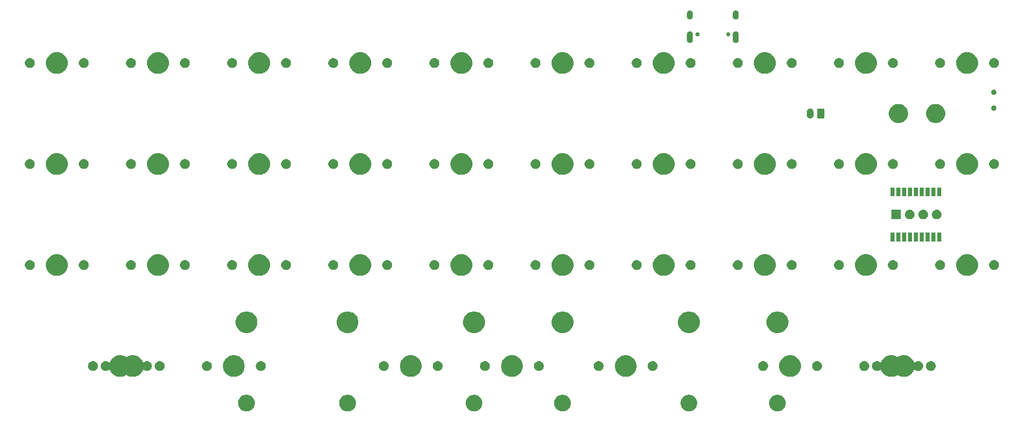
<source format=gbr>
G04 #@! TF.GenerationSoftware,KiCad,Pcbnew,(5.1.4-0)*
G04 #@! TF.CreationDate,2021-05-12T17:49:12+10:00*
G04 #@! TF.ProjectId,ble,626c652e-6b69-4636-9164-5f7063625858,rev?*
G04 #@! TF.SameCoordinates,Original*
G04 #@! TF.FileFunction,Soldermask,Top*
G04 #@! TF.FilePolarity,Negative*
%FSLAX46Y46*%
G04 Gerber Fmt 4.6, Leading zero omitted, Abs format (unit mm)*
G04 Created by KiCad (PCBNEW (5.1.4-0)) date 2021-05-12 17:49:12*
%MOMM*%
%LPD*%
G04 APERTURE LIST*
%ADD10C,0.200000*%
G04 APERTURE END LIST*
D10*
G36*
X136032167Y-62590263D02*
G01*
X136184311Y-62620526D01*
X136303037Y-62669704D01*
X136470941Y-62739252D01*
X136470942Y-62739253D01*
X136728904Y-62911617D01*
X136948283Y-63130996D01*
X137063453Y-63303361D01*
X137120648Y-63388959D01*
X137239374Y-63675590D01*
X137299900Y-63979875D01*
X137299900Y-64290125D01*
X137239374Y-64594410D01*
X137120648Y-64881041D01*
X137120647Y-64881042D01*
X136948283Y-65139004D01*
X136728904Y-65358383D01*
X136556539Y-65473553D01*
X136470941Y-65530748D01*
X136303037Y-65600296D01*
X136184311Y-65649474D01*
X136032167Y-65679737D01*
X135880025Y-65710000D01*
X135569775Y-65710000D01*
X135417633Y-65679737D01*
X135265489Y-65649474D01*
X135146763Y-65600296D01*
X134978859Y-65530748D01*
X134893261Y-65473553D01*
X134720896Y-65358383D01*
X134501517Y-65139004D01*
X134329153Y-64881042D01*
X134329152Y-64881041D01*
X134210426Y-64594410D01*
X134149900Y-64290125D01*
X134149900Y-63979875D01*
X134210426Y-63675590D01*
X134329152Y-63388959D01*
X134386347Y-63303361D01*
X134501517Y-63130996D01*
X134720896Y-62911617D01*
X134978858Y-62739253D01*
X134978859Y-62739252D01*
X135146763Y-62669704D01*
X135265489Y-62620526D01*
X135417633Y-62590263D01*
X135569775Y-62560000D01*
X135880025Y-62560000D01*
X136032167Y-62590263D01*
X136032167Y-62590263D01*
G37*
G36*
X119369767Y-62590263D02*
G01*
X119521911Y-62620526D01*
X119640637Y-62669704D01*
X119808541Y-62739252D01*
X119808542Y-62739253D01*
X120066504Y-62911617D01*
X120285883Y-63130996D01*
X120401053Y-63303361D01*
X120458248Y-63388959D01*
X120576974Y-63675590D01*
X120637500Y-63979875D01*
X120637500Y-64290125D01*
X120576974Y-64594410D01*
X120458248Y-64881041D01*
X120458247Y-64881042D01*
X120285883Y-65139004D01*
X120066504Y-65358383D01*
X119894139Y-65473553D01*
X119808541Y-65530748D01*
X119640637Y-65600296D01*
X119521911Y-65649474D01*
X119369767Y-65679737D01*
X119217625Y-65710000D01*
X118907375Y-65710000D01*
X118755233Y-65679737D01*
X118603089Y-65649474D01*
X118484363Y-65600296D01*
X118316459Y-65530748D01*
X118230861Y-65473553D01*
X118058496Y-65358383D01*
X117839117Y-65139004D01*
X117666753Y-64881042D01*
X117666752Y-64881041D01*
X117548026Y-64594410D01*
X117487500Y-64290125D01*
X117487500Y-63979875D01*
X117548026Y-63675590D01*
X117666752Y-63388959D01*
X117723947Y-63303361D01*
X117839117Y-63130996D01*
X118058496Y-62911617D01*
X118316458Y-62739253D01*
X118316459Y-62739252D01*
X118484363Y-62669704D01*
X118603089Y-62620526D01*
X118755233Y-62590263D01*
X118907375Y-62560000D01*
X119217625Y-62560000D01*
X119369767Y-62590263D01*
X119369767Y-62590263D01*
G37*
G36*
X95557267Y-62590263D02*
G01*
X95709411Y-62620526D01*
X95828137Y-62669704D01*
X95996041Y-62739252D01*
X95996042Y-62739253D01*
X96254004Y-62911617D01*
X96473383Y-63130996D01*
X96588553Y-63303361D01*
X96645748Y-63388959D01*
X96764474Y-63675590D01*
X96825000Y-63979875D01*
X96825000Y-64290125D01*
X96764474Y-64594410D01*
X96645748Y-64881041D01*
X96645747Y-64881042D01*
X96473383Y-65139004D01*
X96254004Y-65358383D01*
X96081639Y-65473553D01*
X95996041Y-65530748D01*
X95828137Y-65600296D01*
X95709411Y-65649474D01*
X95557267Y-65679737D01*
X95405125Y-65710000D01*
X95094875Y-65710000D01*
X94942733Y-65679737D01*
X94790589Y-65649474D01*
X94671863Y-65600296D01*
X94503959Y-65530748D01*
X94418361Y-65473553D01*
X94245996Y-65358383D01*
X94026617Y-65139004D01*
X93854253Y-64881042D01*
X93854252Y-64881041D01*
X93735526Y-64594410D01*
X93675000Y-64290125D01*
X93675000Y-63979875D01*
X93735526Y-63675590D01*
X93854252Y-63388959D01*
X93911447Y-63303361D01*
X94026617Y-63130996D01*
X94245996Y-62911617D01*
X94503958Y-62739253D01*
X94503959Y-62739252D01*
X94671863Y-62669704D01*
X94790589Y-62620526D01*
X94942733Y-62590263D01*
X95094875Y-62560000D01*
X95405125Y-62560000D01*
X95557267Y-62590263D01*
X95557267Y-62590263D01*
G37*
G36*
X78888517Y-62590263D02*
G01*
X79040661Y-62620526D01*
X79159387Y-62669704D01*
X79327291Y-62739252D01*
X79327292Y-62739253D01*
X79585254Y-62911617D01*
X79804633Y-63130996D01*
X79919803Y-63303361D01*
X79976998Y-63388959D01*
X80095724Y-63675590D01*
X80156250Y-63979875D01*
X80156250Y-64290125D01*
X80095724Y-64594410D01*
X79976998Y-64881041D01*
X79976997Y-64881042D01*
X79804633Y-65139004D01*
X79585254Y-65358383D01*
X79412889Y-65473553D01*
X79327291Y-65530748D01*
X79159387Y-65600296D01*
X79040661Y-65649474D01*
X78888517Y-65679737D01*
X78736375Y-65710000D01*
X78426125Y-65710000D01*
X78273983Y-65679737D01*
X78121839Y-65649474D01*
X78003113Y-65600296D01*
X77835209Y-65530748D01*
X77749611Y-65473553D01*
X77577246Y-65358383D01*
X77357867Y-65139004D01*
X77185503Y-64881042D01*
X77185502Y-64881041D01*
X77066776Y-64594410D01*
X77006250Y-64290125D01*
X77006250Y-63979875D01*
X77066776Y-63675590D01*
X77185502Y-63388959D01*
X77242697Y-63303361D01*
X77357867Y-63130996D01*
X77577246Y-62911617D01*
X77835208Y-62739253D01*
X77835209Y-62739252D01*
X78003113Y-62669704D01*
X78121839Y-62620526D01*
X78273983Y-62590263D01*
X78426125Y-62560000D01*
X78736375Y-62560000D01*
X78888517Y-62590263D01*
X78888517Y-62590263D01*
G37*
G36*
X55076017Y-62590263D02*
G01*
X55228161Y-62620526D01*
X55346887Y-62669704D01*
X55514791Y-62739252D01*
X55514792Y-62739253D01*
X55772754Y-62911617D01*
X55992133Y-63130996D01*
X56107303Y-63303361D01*
X56164498Y-63388959D01*
X56283224Y-63675590D01*
X56343750Y-63979875D01*
X56343750Y-64290125D01*
X56283224Y-64594410D01*
X56164498Y-64881041D01*
X56164497Y-64881042D01*
X55992133Y-65139004D01*
X55772754Y-65358383D01*
X55600389Y-65473553D01*
X55514791Y-65530748D01*
X55346887Y-65600296D01*
X55228161Y-65649474D01*
X55076017Y-65679737D01*
X54923875Y-65710000D01*
X54613625Y-65710000D01*
X54461483Y-65679737D01*
X54309339Y-65649474D01*
X54190613Y-65600296D01*
X54022709Y-65530748D01*
X53937111Y-65473553D01*
X53764746Y-65358383D01*
X53545367Y-65139004D01*
X53373003Y-64881042D01*
X53373002Y-64881041D01*
X53254276Y-64594410D01*
X53193750Y-64290125D01*
X53193750Y-63979875D01*
X53254276Y-63675590D01*
X53373002Y-63388959D01*
X53430197Y-63303361D01*
X53545367Y-63130996D01*
X53764746Y-62911617D01*
X54022708Y-62739253D01*
X54022709Y-62739252D01*
X54190613Y-62669704D01*
X54309339Y-62620526D01*
X54461483Y-62590263D01*
X54613625Y-62560000D01*
X54923875Y-62560000D01*
X55076017Y-62590263D01*
X55076017Y-62590263D01*
G37*
G36*
X36032367Y-62590263D02*
G01*
X36184511Y-62620526D01*
X36303237Y-62669704D01*
X36471141Y-62739252D01*
X36471142Y-62739253D01*
X36729104Y-62911617D01*
X36948483Y-63130996D01*
X37063653Y-63303361D01*
X37120848Y-63388959D01*
X37239574Y-63675590D01*
X37300100Y-63979875D01*
X37300100Y-64290125D01*
X37239574Y-64594410D01*
X37120848Y-64881041D01*
X37120847Y-64881042D01*
X36948483Y-65139004D01*
X36729104Y-65358383D01*
X36556739Y-65473553D01*
X36471141Y-65530748D01*
X36303237Y-65600296D01*
X36184511Y-65649474D01*
X36032367Y-65679737D01*
X35880225Y-65710000D01*
X35569975Y-65710000D01*
X35417833Y-65679737D01*
X35265689Y-65649474D01*
X35146963Y-65600296D01*
X34979059Y-65530748D01*
X34893461Y-65473553D01*
X34721096Y-65358383D01*
X34501717Y-65139004D01*
X34329353Y-64881042D01*
X34329352Y-64881041D01*
X34210626Y-64594410D01*
X34150100Y-64290125D01*
X34150100Y-63979875D01*
X34210626Y-63675590D01*
X34329352Y-63388959D01*
X34386547Y-63303361D01*
X34501717Y-63130996D01*
X34721096Y-62911617D01*
X34979058Y-62739253D01*
X34979059Y-62739252D01*
X35146963Y-62669704D01*
X35265689Y-62620526D01*
X35417833Y-62590263D01*
X35569975Y-62560000D01*
X35880225Y-62560000D01*
X36032367Y-62590263D01*
X36032367Y-62590263D01*
G37*
G36*
X157758974Y-55183684D02*
G01*
X157976974Y-55273983D01*
X158131123Y-55337833D01*
X158283679Y-55439768D01*
X158305290Y-55451319D01*
X158328739Y-55458432D01*
X158353125Y-55460834D01*
X158377511Y-55458432D01*
X158400960Y-55451319D01*
X158422571Y-55439768D01*
X158575127Y-55337833D01*
X158729276Y-55273983D01*
X158947276Y-55183684D01*
X159342344Y-55105100D01*
X159745156Y-55105100D01*
X160140224Y-55183684D01*
X160358224Y-55273983D01*
X160512373Y-55337833D01*
X160847298Y-55561623D01*
X161132127Y-55846452D01*
X161355917Y-56181377D01*
X161388312Y-56259586D01*
X161444142Y-56394372D01*
X161455693Y-56415983D01*
X161471238Y-56434925D01*
X161490180Y-56450470D01*
X161511791Y-56462021D01*
X161535240Y-56469134D01*
X161559626Y-56471536D01*
X161584012Y-56469134D01*
X161607461Y-56462021D01*
X161629072Y-56450470D01*
X161648003Y-56434934D01*
X161652209Y-56430728D01*
X161803874Y-56329389D01*
X161972396Y-56259585D01*
X162151297Y-56224000D01*
X162333703Y-56224000D01*
X162512604Y-56259585D01*
X162681126Y-56329389D01*
X162832791Y-56430728D01*
X162961772Y-56559709D01*
X163063111Y-56711374D01*
X163132915Y-56879896D01*
X163168500Y-57058797D01*
X163168500Y-57241203D01*
X163132915Y-57420104D01*
X163063111Y-57588626D01*
X162961772Y-57740291D01*
X162832791Y-57869272D01*
X162681126Y-57970611D01*
X162512604Y-58040415D01*
X162333703Y-58076000D01*
X162151297Y-58076000D01*
X161972396Y-58040415D01*
X161803874Y-57970611D01*
X161652209Y-57869272D01*
X161648003Y-57865066D01*
X161629072Y-57849530D01*
X161607461Y-57837979D01*
X161584012Y-57830866D01*
X161559626Y-57828464D01*
X161535240Y-57830866D01*
X161511791Y-57837979D01*
X161490180Y-57849530D01*
X161471238Y-57865075D01*
X161455693Y-57884017D01*
X161444142Y-57905628D01*
X161355917Y-58118623D01*
X161132127Y-58453548D01*
X160847298Y-58738377D01*
X160512373Y-58962167D01*
X160358224Y-59026017D01*
X160140224Y-59116316D01*
X159745156Y-59194900D01*
X159342344Y-59194900D01*
X158947276Y-59116316D01*
X158729276Y-59026017D01*
X158575127Y-58962167D01*
X158422569Y-58860231D01*
X158400960Y-58848681D01*
X158377511Y-58841568D01*
X158353125Y-58839166D01*
X158328739Y-58841568D01*
X158305290Y-58848681D01*
X158283681Y-58860231D01*
X158131123Y-58962167D01*
X157976974Y-59026017D01*
X157758974Y-59116316D01*
X157363906Y-59194900D01*
X156961094Y-59194900D01*
X156566026Y-59116316D01*
X156348026Y-59026017D01*
X156193877Y-58962167D01*
X155858952Y-58738377D01*
X155574123Y-58453548D01*
X155350333Y-58118623D01*
X155262108Y-57905628D01*
X155250557Y-57884017D01*
X155235012Y-57865075D01*
X155216070Y-57849530D01*
X155194459Y-57837979D01*
X155171010Y-57830866D01*
X155146624Y-57828464D01*
X155122238Y-57830866D01*
X155098789Y-57837979D01*
X155077178Y-57849530D01*
X155058247Y-57865066D01*
X155054041Y-57869272D01*
X154902376Y-57970611D01*
X154733854Y-58040415D01*
X154554953Y-58076000D01*
X154372547Y-58076000D01*
X154193646Y-58040415D01*
X154025124Y-57970611D01*
X153873459Y-57869272D01*
X153744478Y-57740291D01*
X153643139Y-57588626D01*
X153573335Y-57420104D01*
X153537750Y-57241203D01*
X153537750Y-57058797D01*
X153573335Y-56879896D01*
X153643139Y-56711374D01*
X153744478Y-56559709D01*
X153873459Y-56430728D01*
X154025124Y-56329389D01*
X154193646Y-56259585D01*
X154372547Y-56224000D01*
X154554953Y-56224000D01*
X154733854Y-56259585D01*
X154902376Y-56329389D01*
X155054041Y-56430728D01*
X155058247Y-56434934D01*
X155077178Y-56450470D01*
X155098789Y-56462021D01*
X155122238Y-56469134D01*
X155146624Y-56471536D01*
X155171010Y-56469134D01*
X155194459Y-56462021D01*
X155216070Y-56450470D01*
X155235012Y-56434925D01*
X155250557Y-56415983D01*
X155262108Y-56394372D01*
X155317938Y-56259586D01*
X155350333Y-56181377D01*
X155574123Y-55846452D01*
X155858952Y-55561623D01*
X156193877Y-55337833D01*
X156348026Y-55273983D01*
X156566026Y-55183684D01*
X156961094Y-55105100D01*
X157363906Y-55105100D01*
X157758974Y-55183684D01*
X157758974Y-55183684D01*
G37*
G36*
X138708974Y-55183684D02*
G01*
X138926974Y-55273983D01*
X139081123Y-55337833D01*
X139416048Y-55561623D01*
X139700877Y-55846452D01*
X139924667Y-56181377D01*
X139957062Y-56259586D01*
X140078816Y-56553526D01*
X140157400Y-56948594D01*
X140157400Y-57351406D01*
X140078816Y-57746474D01*
X140027951Y-57869272D01*
X139924667Y-58118623D01*
X139700877Y-58453548D01*
X139416048Y-58738377D01*
X139081123Y-58962167D01*
X138926974Y-59026017D01*
X138708974Y-59116316D01*
X138313906Y-59194900D01*
X137911094Y-59194900D01*
X137516026Y-59116316D01*
X137298026Y-59026017D01*
X137143877Y-58962167D01*
X136808952Y-58738377D01*
X136524123Y-58453548D01*
X136300333Y-58118623D01*
X136197049Y-57869272D01*
X136146184Y-57746474D01*
X136067600Y-57351406D01*
X136067600Y-56948594D01*
X136146184Y-56553526D01*
X136267938Y-56259586D01*
X136300333Y-56181377D01*
X136524123Y-55846452D01*
X136808952Y-55561623D01*
X137143877Y-55337833D01*
X137298026Y-55273983D01*
X137516026Y-55183684D01*
X137911094Y-55105100D01*
X138313906Y-55105100D01*
X138708974Y-55183684D01*
X138708974Y-55183684D01*
G37*
G36*
X107752724Y-55183684D02*
G01*
X107970724Y-55273983D01*
X108124873Y-55337833D01*
X108459798Y-55561623D01*
X108744627Y-55846452D01*
X108968417Y-56181377D01*
X109000812Y-56259586D01*
X109122566Y-56553526D01*
X109201150Y-56948594D01*
X109201150Y-57351406D01*
X109122566Y-57746474D01*
X109071701Y-57869272D01*
X108968417Y-58118623D01*
X108744627Y-58453548D01*
X108459798Y-58738377D01*
X108124873Y-58962167D01*
X107970724Y-59026017D01*
X107752724Y-59116316D01*
X107357656Y-59194900D01*
X106954844Y-59194900D01*
X106559776Y-59116316D01*
X106341776Y-59026017D01*
X106187627Y-58962167D01*
X105852702Y-58738377D01*
X105567873Y-58453548D01*
X105344083Y-58118623D01*
X105240799Y-57869272D01*
X105189934Y-57746474D01*
X105111350Y-57351406D01*
X105111350Y-56948594D01*
X105189934Y-56553526D01*
X105311688Y-56259586D01*
X105344083Y-56181377D01*
X105567873Y-55846452D01*
X105852702Y-55561623D01*
X106187627Y-55337833D01*
X106341776Y-55273983D01*
X106559776Y-55183684D01*
X106954844Y-55105100D01*
X107357656Y-55105100D01*
X107752724Y-55183684D01*
X107752724Y-55183684D01*
G37*
G36*
X86321474Y-55183684D02*
G01*
X86539474Y-55273983D01*
X86693623Y-55337833D01*
X87028548Y-55561623D01*
X87313377Y-55846452D01*
X87537167Y-56181377D01*
X87569562Y-56259586D01*
X87691316Y-56553526D01*
X87769900Y-56948594D01*
X87769900Y-57351406D01*
X87691316Y-57746474D01*
X87640451Y-57869272D01*
X87537167Y-58118623D01*
X87313377Y-58453548D01*
X87028548Y-58738377D01*
X86693623Y-58962167D01*
X86539474Y-59026017D01*
X86321474Y-59116316D01*
X85926406Y-59194900D01*
X85523594Y-59194900D01*
X85128526Y-59116316D01*
X84910526Y-59026017D01*
X84756377Y-58962167D01*
X84421452Y-58738377D01*
X84136623Y-58453548D01*
X83912833Y-58118623D01*
X83809549Y-57869272D01*
X83758684Y-57746474D01*
X83680100Y-57351406D01*
X83680100Y-56948594D01*
X83758684Y-56553526D01*
X83880438Y-56259586D01*
X83912833Y-56181377D01*
X84136623Y-55846452D01*
X84421452Y-55561623D01*
X84756377Y-55337833D01*
X84910526Y-55273983D01*
X85128526Y-55183684D01*
X85523594Y-55105100D01*
X85926406Y-55105100D01*
X86321474Y-55183684D01*
X86321474Y-55183684D01*
G37*
G36*
X67271474Y-55183684D02*
G01*
X67489474Y-55273983D01*
X67643623Y-55337833D01*
X67978548Y-55561623D01*
X68263377Y-55846452D01*
X68487167Y-56181377D01*
X68519562Y-56259586D01*
X68641316Y-56553526D01*
X68719900Y-56948594D01*
X68719900Y-57351406D01*
X68641316Y-57746474D01*
X68590451Y-57869272D01*
X68487167Y-58118623D01*
X68263377Y-58453548D01*
X67978548Y-58738377D01*
X67643623Y-58962167D01*
X67489474Y-59026017D01*
X67271474Y-59116316D01*
X66876406Y-59194900D01*
X66473594Y-59194900D01*
X66078526Y-59116316D01*
X65860526Y-59026017D01*
X65706377Y-58962167D01*
X65371452Y-58738377D01*
X65086623Y-58453548D01*
X64862833Y-58118623D01*
X64759549Y-57869272D01*
X64708684Y-57746474D01*
X64630100Y-57351406D01*
X64630100Y-56948594D01*
X64708684Y-56553526D01*
X64830438Y-56259586D01*
X64862833Y-56181377D01*
X65086623Y-55846452D01*
X65371452Y-55561623D01*
X65706377Y-55337833D01*
X65860526Y-55273983D01*
X66078526Y-55183684D01*
X66473594Y-55105100D01*
X66876406Y-55105100D01*
X67271474Y-55183684D01*
X67271474Y-55183684D01*
G37*
G36*
X33933974Y-55183684D02*
G01*
X34151974Y-55273983D01*
X34306123Y-55337833D01*
X34641048Y-55561623D01*
X34925877Y-55846452D01*
X35149667Y-56181377D01*
X35182062Y-56259586D01*
X35303816Y-56553526D01*
X35382400Y-56948594D01*
X35382400Y-57351406D01*
X35303816Y-57746474D01*
X35252951Y-57869272D01*
X35149667Y-58118623D01*
X34925877Y-58453548D01*
X34641048Y-58738377D01*
X34306123Y-58962167D01*
X34151974Y-59026017D01*
X33933974Y-59116316D01*
X33538906Y-59194900D01*
X33136094Y-59194900D01*
X32741026Y-59116316D01*
X32523026Y-59026017D01*
X32368877Y-58962167D01*
X32033952Y-58738377D01*
X31749123Y-58453548D01*
X31525333Y-58118623D01*
X31422049Y-57869272D01*
X31371184Y-57746474D01*
X31292600Y-57351406D01*
X31292600Y-56948594D01*
X31371184Y-56553526D01*
X31492938Y-56259586D01*
X31525333Y-56181377D01*
X31749123Y-55846452D01*
X32033952Y-55561623D01*
X32368877Y-55337833D01*
X32523026Y-55273983D01*
X32741026Y-55183684D01*
X33136094Y-55105100D01*
X33538906Y-55105100D01*
X33933974Y-55183684D01*
X33933974Y-55183684D01*
G37*
G36*
X12502724Y-55183684D02*
G01*
X12720724Y-55273983D01*
X12874873Y-55337833D01*
X13027429Y-55439768D01*
X13049040Y-55451319D01*
X13072489Y-55458432D01*
X13096875Y-55460834D01*
X13121261Y-55458432D01*
X13144710Y-55451319D01*
X13166321Y-55439768D01*
X13318877Y-55337833D01*
X13473026Y-55273983D01*
X13691026Y-55183684D01*
X14086094Y-55105100D01*
X14488906Y-55105100D01*
X14883974Y-55183684D01*
X15101974Y-55273983D01*
X15256123Y-55337833D01*
X15591048Y-55561623D01*
X15875877Y-55846452D01*
X16099667Y-56181377D01*
X16132062Y-56259586D01*
X16187892Y-56394372D01*
X16199443Y-56415983D01*
X16214988Y-56434925D01*
X16233930Y-56450470D01*
X16255541Y-56462021D01*
X16278990Y-56469134D01*
X16303376Y-56471536D01*
X16327762Y-56469134D01*
X16351211Y-56462021D01*
X16372822Y-56450470D01*
X16391753Y-56434934D01*
X16395959Y-56430728D01*
X16547624Y-56329389D01*
X16716146Y-56259585D01*
X16895047Y-56224000D01*
X17077453Y-56224000D01*
X17256354Y-56259585D01*
X17424876Y-56329389D01*
X17576541Y-56430728D01*
X17705522Y-56559709D01*
X17806861Y-56711374D01*
X17876665Y-56879896D01*
X17912250Y-57058797D01*
X17912250Y-57241203D01*
X17876665Y-57420104D01*
X17806861Y-57588626D01*
X17705522Y-57740291D01*
X17576541Y-57869272D01*
X17424876Y-57970611D01*
X17256354Y-58040415D01*
X17077453Y-58076000D01*
X16895047Y-58076000D01*
X16716146Y-58040415D01*
X16547624Y-57970611D01*
X16395959Y-57869272D01*
X16391753Y-57865066D01*
X16372822Y-57849530D01*
X16351211Y-57837979D01*
X16327762Y-57830866D01*
X16303376Y-57828464D01*
X16278990Y-57830866D01*
X16255541Y-57837979D01*
X16233930Y-57849530D01*
X16214988Y-57865075D01*
X16199443Y-57884017D01*
X16187892Y-57905628D01*
X16099667Y-58118623D01*
X15875877Y-58453548D01*
X15591048Y-58738377D01*
X15256123Y-58962167D01*
X15101974Y-59026017D01*
X14883974Y-59116316D01*
X14488906Y-59194900D01*
X14086094Y-59194900D01*
X13691026Y-59116316D01*
X13473026Y-59026017D01*
X13318877Y-58962167D01*
X13166319Y-58860231D01*
X13144710Y-58848681D01*
X13121261Y-58841568D01*
X13096875Y-58839166D01*
X13072489Y-58841568D01*
X13049040Y-58848681D01*
X13027431Y-58860231D01*
X12874873Y-58962167D01*
X12720724Y-59026017D01*
X12502724Y-59116316D01*
X12107656Y-59194900D01*
X11704844Y-59194900D01*
X11309776Y-59116316D01*
X11091776Y-59026017D01*
X10937627Y-58962167D01*
X10602702Y-58738377D01*
X10317873Y-58453548D01*
X10094083Y-58118623D01*
X10005858Y-57905628D01*
X9994307Y-57884017D01*
X9978762Y-57865075D01*
X9959820Y-57849530D01*
X9938209Y-57837979D01*
X9914760Y-57830866D01*
X9890374Y-57828464D01*
X9865988Y-57830866D01*
X9842539Y-57837979D01*
X9820928Y-57849530D01*
X9801997Y-57865066D01*
X9797791Y-57869272D01*
X9646126Y-57970611D01*
X9477604Y-58040415D01*
X9298703Y-58076000D01*
X9116297Y-58076000D01*
X8937396Y-58040415D01*
X8768874Y-57970611D01*
X8617209Y-57869272D01*
X8488228Y-57740291D01*
X8386889Y-57588626D01*
X8317085Y-57420104D01*
X8281500Y-57241203D01*
X8281500Y-57058797D01*
X8317085Y-56879896D01*
X8386889Y-56711374D01*
X8488228Y-56559709D01*
X8617209Y-56430728D01*
X8768874Y-56329389D01*
X8937396Y-56259585D01*
X9116297Y-56224000D01*
X9298703Y-56224000D01*
X9477604Y-56259585D01*
X9646126Y-56329389D01*
X9797791Y-56430728D01*
X9801997Y-56434934D01*
X9820928Y-56450470D01*
X9842539Y-56462021D01*
X9865988Y-56469134D01*
X9890374Y-56471536D01*
X9914760Y-56469134D01*
X9938209Y-56462021D01*
X9959820Y-56450470D01*
X9978762Y-56434925D01*
X9994307Y-56415983D01*
X10005858Y-56394372D01*
X10061688Y-56259586D01*
X10094083Y-56181377D01*
X10317873Y-55846452D01*
X10602702Y-55561623D01*
X10937627Y-55337833D01*
X11091776Y-55273983D01*
X11309776Y-55183684D01*
X11704844Y-55105100D01*
X12107656Y-55105100D01*
X12502724Y-55183684D01*
X12502724Y-55183684D01*
G37*
G36*
X102346354Y-56259585D02*
G01*
X102514876Y-56329389D01*
X102666541Y-56430728D01*
X102795522Y-56559709D01*
X102896861Y-56711374D01*
X102966665Y-56879896D01*
X103002250Y-57058797D01*
X103002250Y-57241203D01*
X102966665Y-57420104D01*
X102896861Y-57588626D01*
X102795522Y-57740291D01*
X102666541Y-57869272D01*
X102514876Y-57970611D01*
X102346354Y-58040415D01*
X102167453Y-58076000D01*
X101985047Y-58076000D01*
X101806146Y-58040415D01*
X101637624Y-57970611D01*
X101485959Y-57869272D01*
X101356978Y-57740291D01*
X101255639Y-57588626D01*
X101185835Y-57420104D01*
X101150250Y-57241203D01*
X101150250Y-57058797D01*
X101185835Y-56879896D01*
X101255639Y-56711374D01*
X101356978Y-56559709D01*
X101485959Y-56430728D01*
X101637624Y-56329389D01*
X101806146Y-56259585D01*
X101985047Y-56224000D01*
X102167453Y-56224000D01*
X102346354Y-56259585D01*
X102346354Y-56259585D01*
G37*
G36*
X91075104Y-56259585D02*
G01*
X91243626Y-56329389D01*
X91395291Y-56430728D01*
X91524272Y-56559709D01*
X91625611Y-56711374D01*
X91695415Y-56879896D01*
X91731000Y-57058797D01*
X91731000Y-57241203D01*
X91695415Y-57420104D01*
X91625611Y-57588626D01*
X91524272Y-57740291D01*
X91395291Y-57869272D01*
X91243626Y-57970611D01*
X91075104Y-58040415D01*
X90896203Y-58076000D01*
X90713797Y-58076000D01*
X90534896Y-58040415D01*
X90366374Y-57970611D01*
X90214709Y-57869272D01*
X90085728Y-57740291D01*
X89984389Y-57588626D01*
X89914585Y-57420104D01*
X89879000Y-57241203D01*
X89879000Y-57058797D01*
X89914585Y-56879896D01*
X89984389Y-56711374D01*
X90085728Y-56559709D01*
X90214709Y-56430728D01*
X90366374Y-56329389D01*
X90534896Y-56259585D01*
X90713797Y-56224000D01*
X90896203Y-56224000D01*
X91075104Y-56259585D01*
X91075104Y-56259585D01*
G37*
G36*
X80915104Y-56259585D02*
G01*
X81083626Y-56329389D01*
X81235291Y-56430728D01*
X81364272Y-56559709D01*
X81465611Y-56711374D01*
X81535415Y-56879896D01*
X81571000Y-57058797D01*
X81571000Y-57241203D01*
X81535415Y-57420104D01*
X81465611Y-57588626D01*
X81364272Y-57740291D01*
X81235291Y-57869272D01*
X81083626Y-57970611D01*
X80915104Y-58040415D01*
X80736203Y-58076000D01*
X80553797Y-58076000D01*
X80374896Y-58040415D01*
X80206374Y-57970611D01*
X80054709Y-57869272D01*
X79925728Y-57740291D01*
X79824389Y-57588626D01*
X79754585Y-57420104D01*
X79719000Y-57241203D01*
X79719000Y-57058797D01*
X79754585Y-56879896D01*
X79824389Y-56711374D01*
X79925728Y-56559709D01*
X80054709Y-56430728D01*
X80206374Y-56329389D01*
X80374896Y-56259585D01*
X80553797Y-56224000D01*
X80736203Y-56224000D01*
X80915104Y-56259585D01*
X80915104Y-56259585D01*
G37*
G36*
X72025104Y-56259585D02*
G01*
X72193626Y-56329389D01*
X72345291Y-56430728D01*
X72474272Y-56559709D01*
X72575611Y-56711374D01*
X72645415Y-56879896D01*
X72681000Y-57058797D01*
X72681000Y-57241203D01*
X72645415Y-57420104D01*
X72575611Y-57588626D01*
X72474272Y-57740291D01*
X72345291Y-57869272D01*
X72193626Y-57970611D01*
X72025104Y-58040415D01*
X71846203Y-58076000D01*
X71663797Y-58076000D01*
X71484896Y-58040415D01*
X71316374Y-57970611D01*
X71164709Y-57869272D01*
X71035728Y-57740291D01*
X70934389Y-57588626D01*
X70864585Y-57420104D01*
X70829000Y-57241203D01*
X70829000Y-57058797D01*
X70864585Y-56879896D01*
X70934389Y-56711374D01*
X71035728Y-56559709D01*
X71164709Y-56430728D01*
X71316374Y-56329389D01*
X71484896Y-56259585D01*
X71663797Y-56224000D01*
X71846203Y-56224000D01*
X72025104Y-56259585D01*
X72025104Y-56259585D01*
G37*
G36*
X61865104Y-56259585D02*
G01*
X62033626Y-56329389D01*
X62185291Y-56430728D01*
X62314272Y-56559709D01*
X62415611Y-56711374D01*
X62485415Y-56879896D01*
X62521000Y-57058797D01*
X62521000Y-57241203D01*
X62485415Y-57420104D01*
X62415611Y-57588626D01*
X62314272Y-57740291D01*
X62185291Y-57869272D01*
X62033626Y-57970611D01*
X61865104Y-58040415D01*
X61686203Y-58076000D01*
X61503797Y-58076000D01*
X61324896Y-58040415D01*
X61156374Y-57970611D01*
X61004709Y-57869272D01*
X60875728Y-57740291D01*
X60774389Y-57588626D01*
X60704585Y-57420104D01*
X60669000Y-57241203D01*
X60669000Y-57058797D01*
X60704585Y-56879896D01*
X60774389Y-56711374D01*
X60875728Y-56559709D01*
X61004709Y-56430728D01*
X61156374Y-56329389D01*
X61324896Y-56259585D01*
X61503797Y-56224000D01*
X61686203Y-56224000D01*
X61865104Y-56259585D01*
X61865104Y-56259585D01*
G37*
G36*
X38687604Y-56259585D02*
G01*
X38856126Y-56329389D01*
X39007791Y-56430728D01*
X39136772Y-56559709D01*
X39238111Y-56711374D01*
X39307915Y-56879896D01*
X39343500Y-57058797D01*
X39343500Y-57241203D01*
X39307915Y-57420104D01*
X39238111Y-57588626D01*
X39136772Y-57740291D01*
X39007791Y-57869272D01*
X38856126Y-57970611D01*
X38687604Y-58040415D01*
X38508703Y-58076000D01*
X38326297Y-58076000D01*
X38147396Y-58040415D01*
X37978874Y-57970611D01*
X37827209Y-57869272D01*
X37698228Y-57740291D01*
X37596889Y-57588626D01*
X37527085Y-57420104D01*
X37491500Y-57241203D01*
X37491500Y-57058797D01*
X37527085Y-56879896D01*
X37596889Y-56711374D01*
X37698228Y-56559709D01*
X37827209Y-56430728D01*
X37978874Y-56329389D01*
X38147396Y-56259585D01*
X38326297Y-56224000D01*
X38508703Y-56224000D01*
X38687604Y-56259585D01*
X38687604Y-56259585D01*
G37*
G36*
X28527604Y-56259585D02*
G01*
X28696126Y-56329389D01*
X28847791Y-56430728D01*
X28976772Y-56559709D01*
X29078111Y-56711374D01*
X29147915Y-56879896D01*
X29183500Y-57058797D01*
X29183500Y-57241203D01*
X29147915Y-57420104D01*
X29078111Y-57588626D01*
X28976772Y-57740291D01*
X28847791Y-57869272D01*
X28696126Y-57970611D01*
X28527604Y-58040415D01*
X28348703Y-58076000D01*
X28166297Y-58076000D01*
X27987396Y-58040415D01*
X27818874Y-57970611D01*
X27667209Y-57869272D01*
X27538228Y-57740291D01*
X27436889Y-57588626D01*
X27367085Y-57420104D01*
X27331500Y-57241203D01*
X27331500Y-57058797D01*
X27367085Y-56879896D01*
X27436889Y-56711374D01*
X27538228Y-56559709D01*
X27667209Y-56430728D01*
X27818874Y-56329389D01*
X27987396Y-56259585D01*
X28166297Y-56224000D01*
X28348703Y-56224000D01*
X28527604Y-56259585D01*
X28527604Y-56259585D01*
G37*
G36*
X19637604Y-56259585D02*
G01*
X19806126Y-56329389D01*
X19957791Y-56430728D01*
X20086772Y-56559709D01*
X20188111Y-56711374D01*
X20257915Y-56879896D01*
X20293500Y-57058797D01*
X20293500Y-57241203D01*
X20257915Y-57420104D01*
X20188111Y-57588626D01*
X20086772Y-57740291D01*
X19957791Y-57869272D01*
X19806126Y-57970611D01*
X19637604Y-58040415D01*
X19458703Y-58076000D01*
X19276297Y-58076000D01*
X19097396Y-58040415D01*
X18928874Y-57970611D01*
X18777209Y-57869272D01*
X18648228Y-57740291D01*
X18546889Y-57588626D01*
X18477085Y-57420104D01*
X18441500Y-57241203D01*
X18441500Y-57058797D01*
X18477085Y-56879896D01*
X18546889Y-56711374D01*
X18648228Y-56559709D01*
X18777209Y-56430728D01*
X18928874Y-56329389D01*
X19097396Y-56259585D01*
X19276297Y-56224000D01*
X19458703Y-56224000D01*
X19637604Y-56259585D01*
X19637604Y-56259585D01*
G37*
G36*
X7096354Y-56259585D02*
G01*
X7264876Y-56329389D01*
X7416541Y-56430728D01*
X7545522Y-56559709D01*
X7646861Y-56711374D01*
X7716665Y-56879896D01*
X7752250Y-57058797D01*
X7752250Y-57241203D01*
X7716665Y-57420104D01*
X7646861Y-57588626D01*
X7545522Y-57740291D01*
X7416541Y-57869272D01*
X7264876Y-57970611D01*
X7096354Y-58040415D01*
X6917453Y-58076000D01*
X6735047Y-58076000D01*
X6556146Y-58040415D01*
X6387624Y-57970611D01*
X6235959Y-57869272D01*
X6106978Y-57740291D01*
X6005639Y-57588626D01*
X5935835Y-57420104D01*
X5900250Y-57241203D01*
X5900250Y-57058797D01*
X5935835Y-56879896D01*
X6005639Y-56711374D01*
X6106978Y-56559709D01*
X6235959Y-56430728D01*
X6387624Y-56329389D01*
X6556146Y-56259585D01*
X6735047Y-56224000D01*
X6917453Y-56224000D01*
X7096354Y-56259585D01*
X7096354Y-56259585D01*
G37*
G36*
X112506354Y-56259585D02*
G01*
X112674876Y-56329389D01*
X112826541Y-56430728D01*
X112955522Y-56559709D01*
X113056861Y-56711374D01*
X113126665Y-56879896D01*
X113162250Y-57058797D01*
X113162250Y-57241203D01*
X113126665Y-57420104D01*
X113056861Y-57588626D01*
X112955522Y-57740291D01*
X112826541Y-57869272D01*
X112674876Y-57970611D01*
X112506354Y-58040415D01*
X112327453Y-58076000D01*
X112145047Y-58076000D01*
X111966146Y-58040415D01*
X111797624Y-57970611D01*
X111645959Y-57869272D01*
X111516978Y-57740291D01*
X111415639Y-57588626D01*
X111345835Y-57420104D01*
X111310250Y-57241203D01*
X111310250Y-57058797D01*
X111345835Y-56879896D01*
X111415639Y-56711374D01*
X111516978Y-56559709D01*
X111645959Y-56430728D01*
X111797624Y-56329389D01*
X111966146Y-56259585D01*
X112145047Y-56224000D01*
X112327453Y-56224000D01*
X112506354Y-56259585D01*
X112506354Y-56259585D01*
G37*
G36*
X133302604Y-56259585D02*
G01*
X133471126Y-56329389D01*
X133622791Y-56430728D01*
X133751772Y-56559709D01*
X133853111Y-56711374D01*
X133922915Y-56879896D01*
X133958500Y-57058797D01*
X133958500Y-57241203D01*
X133922915Y-57420104D01*
X133853111Y-57588626D01*
X133751772Y-57740291D01*
X133622791Y-57869272D01*
X133471126Y-57970611D01*
X133302604Y-58040415D01*
X133123703Y-58076000D01*
X132941297Y-58076000D01*
X132762396Y-58040415D01*
X132593874Y-57970611D01*
X132442209Y-57869272D01*
X132313228Y-57740291D01*
X132211889Y-57588626D01*
X132142085Y-57420104D01*
X132106500Y-57241203D01*
X132106500Y-57058797D01*
X132142085Y-56879896D01*
X132211889Y-56711374D01*
X132313228Y-56559709D01*
X132442209Y-56430728D01*
X132593874Y-56329389D01*
X132762396Y-56259585D01*
X132941297Y-56224000D01*
X133123703Y-56224000D01*
X133302604Y-56259585D01*
X133302604Y-56259585D01*
G37*
G36*
X143462604Y-56259585D02*
G01*
X143631126Y-56329389D01*
X143782791Y-56430728D01*
X143911772Y-56559709D01*
X144013111Y-56711374D01*
X144082915Y-56879896D01*
X144118500Y-57058797D01*
X144118500Y-57241203D01*
X144082915Y-57420104D01*
X144013111Y-57588626D01*
X143911772Y-57740291D01*
X143782791Y-57869272D01*
X143631126Y-57970611D01*
X143462604Y-58040415D01*
X143283703Y-58076000D01*
X143101297Y-58076000D01*
X142922396Y-58040415D01*
X142753874Y-57970611D01*
X142602209Y-57869272D01*
X142473228Y-57740291D01*
X142371889Y-57588626D01*
X142302085Y-57420104D01*
X142266500Y-57241203D01*
X142266500Y-57058797D01*
X142302085Y-56879896D01*
X142371889Y-56711374D01*
X142473228Y-56559709D01*
X142602209Y-56430728D01*
X142753874Y-56329389D01*
X142922396Y-56259585D01*
X143101297Y-56224000D01*
X143283703Y-56224000D01*
X143462604Y-56259585D01*
X143462604Y-56259585D01*
G37*
G36*
X152352604Y-56259585D02*
G01*
X152521126Y-56329389D01*
X152672791Y-56430728D01*
X152801772Y-56559709D01*
X152903111Y-56711374D01*
X152972915Y-56879896D01*
X153008500Y-57058797D01*
X153008500Y-57241203D01*
X152972915Y-57420104D01*
X152903111Y-57588626D01*
X152801772Y-57740291D01*
X152672791Y-57869272D01*
X152521126Y-57970611D01*
X152352604Y-58040415D01*
X152173703Y-58076000D01*
X151991297Y-58076000D01*
X151812396Y-58040415D01*
X151643874Y-57970611D01*
X151492209Y-57869272D01*
X151363228Y-57740291D01*
X151261889Y-57588626D01*
X151192085Y-57420104D01*
X151156500Y-57241203D01*
X151156500Y-57058797D01*
X151192085Y-56879896D01*
X151261889Y-56711374D01*
X151363228Y-56559709D01*
X151492209Y-56430728D01*
X151643874Y-56329389D01*
X151812396Y-56259585D01*
X151991297Y-56224000D01*
X152173703Y-56224000D01*
X152352604Y-56259585D01*
X152352604Y-56259585D01*
G37*
G36*
X164893854Y-56259585D02*
G01*
X165062376Y-56329389D01*
X165214041Y-56430728D01*
X165343022Y-56559709D01*
X165444361Y-56711374D01*
X165514165Y-56879896D01*
X165549750Y-57058797D01*
X165549750Y-57241203D01*
X165514165Y-57420104D01*
X165444361Y-57588626D01*
X165343022Y-57740291D01*
X165214041Y-57869272D01*
X165062376Y-57970611D01*
X164893854Y-58040415D01*
X164714953Y-58076000D01*
X164532547Y-58076000D01*
X164353646Y-58040415D01*
X164185124Y-57970611D01*
X164033459Y-57869272D01*
X163904478Y-57740291D01*
X163803139Y-57588626D01*
X163733335Y-57420104D01*
X163697750Y-57241203D01*
X163697750Y-57058797D01*
X163733335Y-56879896D01*
X163803139Y-56711374D01*
X163904478Y-56559709D01*
X164033459Y-56430728D01*
X164185124Y-56329389D01*
X164353646Y-56259585D01*
X164532547Y-56224000D01*
X164714953Y-56224000D01*
X164893854Y-56259585D01*
X164893854Y-56259585D01*
G37*
G36*
X136321374Y-46928684D02*
G01*
X136539374Y-47018983D01*
X136693523Y-47082833D01*
X137028448Y-47306623D01*
X137313277Y-47591452D01*
X137537067Y-47926377D01*
X137537067Y-47926378D01*
X137691216Y-48298526D01*
X137769800Y-48693594D01*
X137769800Y-49096406D01*
X137691216Y-49491474D01*
X137600917Y-49709474D01*
X137537067Y-49863623D01*
X137313277Y-50198548D01*
X137028448Y-50483377D01*
X136693523Y-50707167D01*
X136539374Y-50771017D01*
X136321374Y-50861316D01*
X135926306Y-50939900D01*
X135523494Y-50939900D01*
X135128426Y-50861316D01*
X134910426Y-50771017D01*
X134756277Y-50707167D01*
X134421352Y-50483377D01*
X134136523Y-50198548D01*
X133912733Y-49863623D01*
X133848883Y-49709474D01*
X133758584Y-49491474D01*
X133680000Y-49096406D01*
X133680000Y-48693594D01*
X133758584Y-48298526D01*
X133912733Y-47926378D01*
X133912733Y-47926377D01*
X134136523Y-47591452D01*
X134421352Y-47306623D01*
X134756277Y-47082833D01*
X134910426Y-47018983D01*
X135128426Y-46928684D01*
X135523494Y-46850100D01*
X135926306Y-46850100D01*
X136321374Y-46928684D01*
X136321374Y-46928684D01*
G37*
G36*
X36321574Y-46928684D02*
G01*
X36539574Y-47018983D01*
X36693723Y-47082833D01*
X37028648Y-47306623D01*
X37313477Y-47591452D01*
X37537267Y-47926377D01*
X37537267Y-47926378D01*
X37691416Y-48298526D01*
X37770000Y-48693594D01*
X37770000Y-49096406D01*
X37691416Y-49491474D01*
X37601117Y-49709474D01*
X37537267Y-49863623D01*
X37313477Y-50198548D01*
X37028648Y-50483377D01*
X36693723Y-50707167D01*
X36539574Y-50771017D01*
X36321574Y-50861316D01*
X35926506Y-50939900D01*
X35523694Y-50939900D01*
X35128626Y-50861316D01*
X34910626Y-50771017D01*
X34756477Y-50707167D01*
X34421552Y-50483377D01*
X34136723Y-50198548D01*
X33912933Y-49863623D01*
X33849083Y-49709474D01*
X33758784Y-49491474D01*
X33680200Y-49096406D01*
X33680200Y-48693594D01*
X33758784Y-48298526D01*
X33912933Y-47926378D01*
X33912933Y-47926377D01*
X34136723Y-47591452D01*
X34421552Y-47306623D01*
X34756477Y-47082833D01*
X34910626Y-47018983D01*
X35128626Y-46928684D01*
X35523694Y-46850100D01*
X35926506Y-46850100D01*
X36321574Y-46928684D01*
X36321574Y-46928684D01*
G37*
G36*
X79177724Y-46928684D02*
G01*
X79395724Y-47018983D01*
X79549873Y-47082833D01*
X79884798Y-47306623D01*
X80169627Y-47591452D01*
X80393417Y-47926377D01*
X80393417Y-47926378D01*
X80547566Y-48298526D01*
X80626150Y-48693594D01*
X80626150Y-49096406D01*
X80547566Y-49491474D01*
X80457267Y-49709474D01*
X80393417Y-49863623D01*
X80169627Y-50198548D01*
X79884798Y-50483377D01*
X79549873Y-50707167D01*
X79395724Y-50771017D01*
X79177724Y-50861316D01*
X78782656Y-50939900D01*
X78379844Y-50939900D01*
X77984776Y-50861316D01*
X77766776Y-50771017D01*
X77612627Y-50707167D01*
X77277702Y-50483377D01*
X76992873Y-50198548D01*
X76769083Y-49863623D01*
X76705233Y-49709474D01*
X76614934Y-49491474D01*
X76536350Y-49096406D01*
X76536350Y-48693594D01*
X76614934Y-48298526D01*
X76769083Y-47926378D01*
X76769083Y-47926377D01*
X76992873Y-47591452D01*
X77277702Y-47306623D01*
X77612627Y-47082833D01*
X77766776Y-47018983D01*
X77984776Y-46928684D01*
X78379844Y-46850100D01*
X78782656Y-46850100D01*
X79177724Y-46928684D01*
X79177724Y-46928684D01*
G37*
G36*
X55365224Y-46928684D02*
G01*
X55583224Y-47018983D01*
X55737373Y-47082833D01*
X56072298Y-47306623D01*
X56357127Y-47591452D01*
X56580917Y-47926377D01*
X56580917Y-47926378D01*
X56735066Y-48298526D01*
X56813650Y-48693594D01*
X56813650Y-49096406D01*
X56735066Y-49491474D01*
X56644767Y-49709474D01*
X56580917Y-49863623D01*
X56357127Y-50198548D01*
X56072298Y-50483377D01*
X55737373Y-50707167D01*
X55583224Y-50771017D01*
X55365224Y-50861316D01*
X54970156Y-50939900D01*
X54567344Y-50939900D01*
X54172276Y-50861316D01*
X53954276Y-50771017D01*
X53800127Y-50707167D01*
X53465202Y-50483377D01*
X53180373Y-50198548D01*
X52956583Y-49863623D01*
X52892733Y-49709474D01*
X52802434Y-49491474D01*
X52723850Y-49096406D01*
X52723850Y-48693594D01*
X52802434Y-48298526D01*
X52956583Y-47926378D01*
X52956583Y-47926377D01*
X53180373Y-47591452D01*
X53465202Y-47306623D01*
X53800127Y-47082833D01*
X53954276Y-47018983D01*
X54172276Y-46928684D01*
X54567344Y-46850100D01*
X54970156Y-46850100D01*
X55365224Y-46928684D01*
X55365224Y-46928684D01*
G37*
G36*
X95846474Y-46928684D02*
G01*
X96064474Y-47018983D01*
X96218623Y-47082833D01*
X96553548Y-47306623D01*
X96838377Y-47591452D01*
X97062167Y-47926377D01*
X97062167Y-47926378D01*
X97216316Y-48298526D01*
X97294900Y-48693594D01*
X97294900Y-49096406D01*
X97216316Y-49491474D01*
X97126017Y-49709474D01*
X97062167Y-49863623D01*
X96838377Y-50198548D01*
X96553548Y-50483377D01*
X96218623Y-50707167D01*
X96064474Y-50771017D01*
X95846474Y-50861316D01*
X95451406Y-50939900D01*
X95048594Y-50939900D01*
X94653526Y-50861316D01*
X94435526Y-50771017D01*
X94281377Y-50707167D01*
X93946452Y-50483377D01*
X93661623Y-50198548D01*
X93437833Y-49863623D01*
X93373983Y-49709474D01*
X93283684Y-49491474D01*
X93205100Y-49096406D01*
X93205100Y-48693594D01*
X93283684Y-48298526D01*
X93437833Y-47926378D01*
X93437833Y-47926377D01*
X93661623Y-47591452D01*
X93946452Y-47306623D01*
X94281377Y-47082833D01*
X94435526Y-47018983D01*
X94653526Y-46928684D01*
X95048594Y-46850100D01*
X95451406Y-46850100D01*
X95846474Y-46928684D01*
X95846474Y-46928684D01*
G37*
G36*
X119658974Y-46928684D02*
G01*
X119876974Y-47018983D01*
X120031123Y-47082833D01*
X120366048Y-47306623D01*
X120650877Y-47591452D01*
X120874667Y-47926377D01*
X120874667Y-47926378D01*
X121028816Y-48298526D01*
X121107400Y-48693594D01*
X121107400Y-49096406D01*
X121028816Y-49491474D01*
X120938517Y-49709474D01*
X120874667Y-49863623D01*
X120650877Y-50198548D01*
X120366048Y-50483377D01*
X120031123Y-50707167D01*
X119876974Y-50771017D01*
X119658974Y-50861316D01*
X119263906Y-50939900D01*
X118861094Y-50939900D01*
X118466026Y-50861316D01*
X118248026Y-50771017D01*
X118093877Y-50707167D01*
X117758952Y-50483377D01*
X117474123Y-50198548D01*
X117250333Y-49863623D01*
X117186483Y-49709474D01*
X117096184Y-49491474D01*
X117017600Y-49096406D01*
X117017600Y-48693594D01*
X117096184Y-48298526D01*
X117250333Y-47926378D01*
X117250333Y-47926377D01*
X117474123Y-47591452D01*
X117758952Y-47306623D01*
X118093877Y-47082833D01*
X118248026Y-47018983D01*
X118466026Y-46928684D01*
X118861094Y-46850100D01*
X119263906Y-46850100D01*
X119658974Y-46928684D01*
X119658974Y-46928684D01*
G37*
G36*
X172046474Y-36133684D02*
G01*
X172264474Y-36223983D01*
X172418623Y-36287833D01*
X172753548Y-36511623D01*
X173038377Y-36796452D01*
X173262167Y-37131377D01*
X173294562Y-37209586D01*
X173416316Y-37503526D01*
X173494900Y-37898594D01*
X173494900Y-38301406D01*
X173416316Y-38696474D01*
X173365451Y-38819272D01*
X173262167Y-39068623D01*
X173038377Y-39403548D01*
X172753548Y-39688377D01*
X172418623Y-39912167D01*
X172264474Y-39976017D01*
X172046474Y-40066316D01*
X171651406Y-40144900D01*
X171248594Y-40144900D01*
X170853526Y-40066316D01*
X170635526Y-39976017D01*
X170481377Y-39912167D01*
X170146452Y-39688377D01*
X169861623Y-39403548D01*
X169637833Y-39068623D01*
X169534549Y-38819272D01*
X169483684Y-38696474D01*
X169405100Y-38301406D01*
X169405100Y-37898594D01*
X169483684Y-37503526D01*
X169605438Y-37209586D01*
X169637833Y-37131377D01*
X169861623Y-36796452D01*
X170146452Y-36511623D01*
X170481377Y-36287833D01*
X170635526Y-36223983D01*
X170853526Y-36133684D01*
X171248594Y-36055100D01*
X171651406Y-36055100D01*
X172046474Y-36133684D01*
X172046474Y-36133684D01*
G37*
G36*
X57746474Y-36133684D02*
G01*
X57964474Y-36223983D01*
X58118623Y-36287833D01*
X58453548Y-36511623D01*
X58738377Y-36796452D01*
X58962167Y-37131377D01*
X58994562Y-37209586D01*
X59116316Y-37503526D01*
X59194900Y-37898594D01*
X59194900Y-38301406D01*
X59116316Y-38696474D01*
X59065451Y-38819272D01*
X58962167Y-39068623D01*
X58738377Y-39403548D01*
X58453548Y-39688377D01*
X58118623Y-39912167D01*
X57964474Y-39976017D01*
X57746474Y-40066316D01*
X57351406Y-40144900D01*
X56948594Y-40144900D01*
X56553526Y-40066316D01*
X56335526Y-39976017D01*
X56181377Y-39912167D01*
X55846452Y-39688377D01*
X55561623Y-39403548D01*
X55337833Y-39068623D01*
X55234549Y-38819272D01*
X55183684Y-38696474D01*
X55105100Y-38301406D01*
X55105100Y-37898594D01*
X55183684Y-37503526D01*
X55305438Y-37209586D01*
X55337833Y-37131377D01*
X55561623Y-36796452D01*
X55846452Y-36511623D01*
X56181377Y-36287833D01*
X56335526Y-36223983D01*
X56553526Y-36133684D01*
X56948594Y-36055100D01*
X57351406Y-36055100D01*
X57746474Y-36133684D01*
X57746474Y-36133684D01*
G37*
G36*
X38696474Y-36133684D02*
G01*
X38914474Y-36223983D01*
X39068623Y-36287833D01*
X39403548Y-36511623D01*
X39688377Y-36796452D01*
X39912167Y-37131377D01*
X39944562Y-37209586D01*
X40066316Y-37503526D01*
X40144900Y-37898594D01*
X40144900Y-38301406D01*
X40066316Y-38696474D01*
X40015451Y-38819272D01*
X39912167Y-39068623D01*
X39688377Y-39403548D01*
X39403548Y-39688377D01*
X39068623Y-39912167D01*
X38914474Y-39976017D01*
X38696474Y-40066316D01*
X38301406Y-40144900D01*
X37898594Y-40144900D01*
X37503526Y-40066316D01*
X37285526Y-39976017D01*
X37131377Y-39912167D01*
X36796452Y-39688377D01*
X36511623Y-39403548D01*
X36287833Y-39068623D01*
X36184549Y-38819272D01*
X36133684Y-38696474D01*
X36055100Y-38301406D01*
X36055100Y-37898594D01*
X36133684Y-37503526D01*
X36255438Y-37209586D01*
X36287833Y-37131377D01*
X36511623Y-36796452D01*
X36796452Y-36511623D01*
X37131377Y-36287833D01*
X37285526Y-36223983D01*
X37503526Y-36133684D01*
X37898594Y-36055100D01*
X38301406Y-36055100D01*
X38696474Y-36133684D01*
X38696474Y-36133684D01*
G37*
G36*
X19646474Y-36133684D02*
G01*
X19864474Y-36223983D01*
X20018623Y-36287833D01*
X20353548Y-36511623D01*
X20638377Y-36796452D01*
X20862167Y-37131377D01*
X20894562Y-37209586D01*
X21016316Y-37503526D01*
X21094900Y-37898594D01*
X21094900Y-38301406D01*
X21016316Y-38696474D01*
X20965451Y-38819272D01*
X20862167Y-39068623D01*
X20638377Y-39403548D01*
X20353548Y-39688377D01*
X20018623Y-39912167D01*
X19864474Y-39976017D01*
X19646474Y-40066316D01*
X19251406Y-40144900D01*
X18848594Y-40144900D01*
X18453526Y-40066316D01*
X18235526Y-39976017D01*
X18081377Y-39912167D01*
X17746452Y-39688377D01*
X17461623Y-39403548D01*
X17237833Y-39068623D01*
X17134549Y-38819272D01*
X17083684Y-38696474D01*
X17005100Y-38301406D01*
X17005100Y-37898594D01*
X17083684Y-37503526D01*
X17205438Y-37209586D01*
X17237833Y-37131377D01*
X17461623Y-36796452D01*
X17746452Y-36511623D01*
X18081377Y-36287833D01*
X18235526Y-36223983D01*
X18453526Y-36133684D01*
X18848594Y-36055100D01*
X19251406Y-36055100D01*
X19646474Y-36133684D01*
X19646474Y-36133684D01*
G37*
G36*
X133946474Y-36133684D02*
G01*
X134164474Y-36223983D01*
X134318623Y-36287833D01*
X134653548Y-36511623D01*
X134938377Y-36796452D01*
X135162167Y-37131377D01*
X135194562Y-37209586D01*
X135316316Y-37503526D01*
X135394900Y-37898594D01*
X135394900Y-38301406D01*
X135316316Y-38696474D01*
X135265451Y-38819272D01*
X135162167Y-39068623D01*
X134938377Y-39403548D01*
X134653548Y-39688377D01*
X134318623Y-39912167D01*
X134164474Y-39976017D01*
X133946474Y-40066316D01*
X133551406Y-40144900D01*
X133148594Y-40144900D01*
X132753526Y-40066316D01*
X132535526Y-39976017D01*
X132381377Y-39912167D01*
X132046452Y-39688377D01*
X131761623Y-39403548D01*
X131537833Y-39068623D01*
X131434549Y-38819272D01*
X131383684Y-38696474D01*
X131305100Y-38301406D01*
X131305100Y-37898594D01*
X131383684Y-37503526D01*
X131505438Y-37209586D01*
X131537833Y-37131377D01*
X131761623Y-36796452D01*
X132046452Y-36511623D01*
X132381377Y-36287833D01*
X132535526Y-36223983D01*
X132753526Y-36133684D01*
X133148594Y-36055100D01*
X133551406Y-36055100D01*
X133946474Y-36133684D01*
X133946474Y-36133684D01*
G37*
G36*
X152996474Y-36133684D02*
G01*
X153214474Y-36223983D01*
X153368623Y-36287833D01*
X153703548Y-36511623D01*
X153988377Y-36796452D01*
X154212167Y-37131377D01*
X154244562Y-37209586D01*
X154366316Y-37503526D01*
X154444900Y-37898594D01*
X154444900Y-38301406D01*
X154366316Y-38696474D01*
X154315451Y-38819272D01*
X154212167Y-39068623D01*
X153988377Y-39403548D01*
X153703548Y-39688377D01*
X153368623Y-39912167D01*
X153214474Y-39976017D01*
X152996474Y-40066316D01*
X152601406Y-40144900D01*
X152198594Y-40144900D01*
X151803526Y-40066316D01*
X151585526Y-39976017D01*
X151431377Y-39912167D01*
X151096452Y-39688377D01*
X150811623Y-39403548D01*
X150587833Y-39068623D01*
X150484549Y-38819272D01*
X150433684Y-38696474D01*
X150355100Y-38301406D01*
X150355100Y-37898594D01*
X150433684Y-37503526D01*
X150555438Y-37209586D01*
X150587833Y-37131377D01*
X150811623Y-36796452D01*
X151096452Y-36511623D01*
X151431377Y-36287833D01*
X151585526Y-36223983D01*
X151803526Y-36133684D01*
X152198594Y-36055100D01*
X152601406Y-36055100D01*
X152996474Y-36133684D01*
X152996474Y-36133684D01*
G37*
G36*
X76796474Y-36133684D02*
G01*
X77014474Y-36223983D01*
X77168623Y-36287833D01*
X77503548Y-36511623D01*
X77788377Y-36796452D01*
X78012167Y-37131377D01*
X78044562Y-37209586D01*
X78166316Y-37503526D01*
X78244900Y-37898594D01*
X78244900Y-38301406D01*
X78166316Y-38696474D01*
X78115451Y-38819272D01*
X78012167Y-39068623D01*
X77788377Y-39403548D01*
X77503548Y-39688377D01*
X77168623Y-39912167D01*
X77014474Y-39976017D01*
X76796474Y-40066316D01*
X76401406Y-40144900D01*
X75998594Y-40144900D01*
X75603526Y-40066316D01*
X75385526Y-39976017D01*
X75231377Y-39912167D01*
X74896452Y-39688377D01*
X74611623Y-39403548D01*
X74387833Y-39068623D01*
X74284549Y-38819272D01*
X74233684Y-38696474D01*
X74155100Y-38301406D01*
X74155100Y-37898594D01*
X74233684Y-37503526D01*
X74355438Y-37209586D01*
X74387833Y-37131377D01*
X74611623Y-36796452D01*
X74896452Y-36511623D01*
X75231377Y-36287833D01*
X75385526Y-36223983D01*
X75603526Y-36133684D01*
X75998594Y-36055100D01*
X76401406Y-36055100D01*
X76796474Y-36133684D01*
X76796474Y-36133684D01*
G37*
G36*
X596474Y-36133684D02*
G01*
X814474Y-36223983D01*
X968623Y-36287833D01*
X1303548Y-36511623D01*
X1588377Y-36796452D01*
X1812167Y-37131377D01*
X1844562Y-37209586D01*
X1966316Y-37503526D01*
X2044900Y-37898594D01*
X2044900Y-38301406D01*
X1966316Y-38696474D01*
X1915451Y-38819272D01*
X1812167Y-39068623D01*
X1588377Y-39403548D01*
X1303548Y-39688377D01*
X968623Y-39912167D01*
X814474Y-39976017D01*
X596474Y-40066316D01*
X201406Y-40144900D01*
X-201406Y-40144900D01*
X-596474Y-40066316D01*
X-814474Y-39976017D01*
X-968623Y-39912167D01*
X-1303548Y-39688377D01*
X-1588377Y-39403548D01*
X-1812167Y-39068623D01*
X-1915451Y-38819272D01*
X-1966316Y-38696474D01*
X-2044900Y-38301406D01*
X-2044900Y-37898594D01*
X-1966316Y-37503526D01*
X-1844562Y-37209586D01*
X-1812167Y-37131377D01*
X-1588377Y-36796452D01*
X-1303548Y-36511623D01*
X-968623Y-36287833D01*
X-814474Y-36223983D01*
X-596474Y-36133684D01*
X-201406Y-36055100D01*
X201406Y-36055100D01*
X596474Y-36133684D01*
X596474Y-36133684D01*
G37*
G36*
X95846474Y-36133684D02*
G01*
X96064474Y-36223983D01*
X96218623Y-36287833D01*
X96553548Y-36511623D01*
X96838377Y-36796452D01*
X97062167Y-37131377D01*
X97094562Y-37209586D01*
X97216316Y-37503526D01*
X97294900Y-37898594D01*
X97294900Y-38301406D01*
X97216316Y-38696474D01*
X97165451Y-38819272D01*
X97062167Y-39068623D01*
X96838377Y-39403548D01*
X96553548Y-39688377D01*
X96218623Y-39912167D01*
X96064474Y-39976017D01*
X95846474Y-40066316D01*
X95451406Y-40144900D01*
X95048594Y-40144900D01*
X94653526Y-40066316D01*
X94435526Y-39976017D01*
X94281377Y-39912167D01*
X93946452Y-39688377D01*
X93661623Y-39403548D01*
X93437833Y-39068623D01*
X93334549Y-38819272D01*
X93283684Y-38696474D01*
X93205100Y-38301406D01*
X93205100Y-37898594D01*
X93283684Y-37503526D01*
X93405438Y-37209586D01*
X93437833Y-37131377D01*
X93661623Y-36796452D01*
X93946452Y-36511623D01*
X94281377Y-36287833D01*
X94435526Y-36223983D01*
X94653526Y-36133684D01*
X95048594Y-36055100D01*
X95451406Y-36055100D01*
X95846474Y-36133684D01*
X95846474Y-36133684D01*
G37*
G36*
X114896474Y-36133684D02*
G01*
X115114474Y-36223983D01*
X115268623Y-36287833D01*
X115603548Y-36511623D01*
X115888377Y-36796452D01*
X116112167Y-37131377D01*
X116144562Y-37209586D01*
X116266316Y-37503526D01*
X116344900Y-37898594D01*
X116344900Y-38301406D01*
X116266316Y-38696474D01*
X116215451Y-38819272D01*
X116112167Y-39068623D01*
X115888377Y-39403548D01*
X115603548Y-39688377D01*
X115268623Y-39912167D01*
X115114474Y-39976017D01*
X114896474Y-40066316D01*
X114501406Y-40144900D01*
X114098594Y-40144900D01*
X113703526Y-40066316D01*
X113485526Y-39976017D01*
X113331377Y-39912167D01*
X112996452Y-39688377D01*
X112711623Y-39403548D01*
X112487833Y-39068623D01*
X112384549Y-38819272D01*
X112333684Y-38696474D01*
X112255100Y-38301406D01*
X112255100Y-37898594D01*
X112333684Y-37503526D01*
X112455438Y-37209586D01*
X112487833Y-37131377D01*
X112711623Y-36796452D01*
X112996452Y-36511623D01*
X113331377Y-36287833D01*
X113485526Y-36223983D01*
X113703526Y-36133684D01*
X114098594Y-36055100D01*
X114501406Y-36055100D01*
X114896474Y-36133684D01*
X114896474Y-36133684D01*
G37*
G36*
X81550104Y-37209585D02*
G01*
X81718626Y-37279389D01*
X81870291Y-37380728D01*
X81999272Y-37509709D01*
X82100611Y-37661374D01*
X82170415Y-37829896D01*
X82206000Y-38008797D01*
X82206000Y-38191203D01*
X82170415Y-38370104D01*
X82100611Y-38538626D01*
X81999272Y-38690291D01*
X81870291Y-38819272D01*
X81718626Y-38920611D01*
X81550104Y-38990415D01*
X81371203Y-39026000D01*
X81188797Y-39026000D01*
X81009896Y-38990415D01*
X80841374Y-38920611D01*
X80689709Y-38819272D01*
X80560728Y-38690291D01*
X80459389Y-38538626D01*
X80389585Y-38370104D01*
X80354000Y-38191203D01*
X80354000Y-38008797D01*
X80389585Y-37829896D01*
X80459389Y-37661374D01*
X80560728Y-37509709D01*
X80689709Y-37380728D01*
X80841374Y-37279389D01*
X81009896Y-37209585D01*
X81188797Y-37174000D01*
X81371203Y-37174000D01*
X81550104Y-37209585D01*
X81550104Y-37209585D01*
G37*
G36*
X71390104Y-37209585D02*
G01*
X71558626Y-37279389D01*
X71710291Y-37380728D01*
X71839272Y-37509709D01*
X71940611Y-37661374D01*
X72010415Y-37829896D01*
X72046000Y-38008797D01*
X72046000Y-38191203D01*
X72010415Y-38370104D01*
X71940611Y-38538626D01*
X71839272Y-38690291D01*
X71710291Y-38819272D01*
X71558626Y-38920611D01*
X71390104Y-38990415D01*
X71211203Y-39026000D01*
X71028797Y-39026000D01*
X70849896Y-38990415D01*
X70681374Y-38920611D01*
X70529709Y-38819272D01*
X70400728Y-38690291D01*
X70299389Y-38538626D01*
X70229585Y-38370104D01*
X70194000Y-38191203D01*
X70194000Y-38008797D01*
X70229585Y-37829896D01*
X70299389Y-37661374D01*
X70400728Y-37509709D01*
X70529709Y-37380728D01*
X70681374Y-37279389D01*
X70849896Y-37209585D01*
X71028797Y-37174000D01*
X71211203Y-37174000D01*
X71390104Y-37209585D01*
X71390104Y-37209585D01*
G37*
G36*
X14240104Y-37209585D02*
G01*
X14408626Y-37279389D01*
X14560291Y-37380728D01*
X14689272Y-37509709D01*
X14790611Y-37661374D01*
X14860415Y-37829896D01*
X14896000Y-38008797D01*
X14896000Y-38191203D01*
X14860415Y-38370104D01*
X14790611Y-38538626D01*
X14689272Y-38690291D01*
X14560291Y-38819272D01*
X14408626Y-38920611D01*
X14240104Y-38990415D01*
X14061203Y-39026000D01*
X13878797Y-39026000D01*
X13699896Y-38990415D01*
X13531374Y-38920611D01*
X13379709Y-38819272D01*
X13250728Y-38690291D01*
X13149389Y-38538626D01*
X13079585Y-38370104D01*
X13044000Y-38191203D01*
X13044000Y-38008797D01*
X13079585Y-37829896D01*
X13149389Y-37661374D01*
X13250728Y-37509709D01*
X13379709Y-37380728D01*
X13531374Y-37279389D01*
X13699896Y-37209585D01*
X13878797Y-37174000D01*
X14061203Y-37174000D01*
X14240104Y-37209585D01*
X14240104Y-37209585D01*
G37*
G36*
X24400104Y-37209585D02*
G01*
X24568626Y-37279389D01*
X24720291Y-37380728D01*
X24849272Y-37509709D01*
X24950611Y-37661374D01*
X25020415Y-37829896D01*
X25056000Y-38008797D01*
X25056000Y-38191203D01*
X25020415Y-38370104D01*
X24950611Y-38538626D01*
X24849272Y-38690291D01*
X24720291Y-38819272D01*
X24568626Y-38920611D01*
X24400104Y-38990415D01*
X24221203Y-39026000D01*
X24038797Y-39026000D01*
X23859896Y-38990415D01*
X23691374Y-38920611D01*
X23539709Y-38819272D01*
X23410728Y-38690291D01*
X23309389Y-38538626D01*
X23239585Y-38370104D01*
X23204000Y-38191203D01*
X23204000Y-38008797D01*
X23239585Y-37829896D01*
X23309389Y-37661374D01*
X23410728Y-37509709D01*
X23539709Y-37380728D01*
X23691374Y-37279389D01*
X23859896Y-37209585D01*
X24038797Y-37174000D01*
X24221203Y-37174000D01*
X24400104Y-37209585D01*
X24400104Y-37209585D01*
G37*
G36*
X5350104Y-37209585D02*
G01*
X5518626Y-37279389D01*
X5670291Y-37380728D01*
X5799272Y-37509709D01*
X5900611Y-37661374D01*
X5970415Y-37829896D01*
X6006000Y-38008797D01*
X6006000Y-38191203D01*
X5970415Y-38370104D01*
X5900611Y-38538626D01*
X5799272Y-38690291D01*
X5670291Y-38819272D01*
X5518626Y-38920611D01*
X5350104Y-38990415D01*
X5171203Y-39026000D01*
X4988797Y-39026000D01*
X4809896Y-38990415D01*
X4641374Y-38920611D01*
X4489709Y-38819272D01*
X4360728Y-38690291D01*
X4259389Y-38538626D01*
X4189585Y-38370104D01*
X4154000Y-38191203D01*
X4154000Y-38008797D01*
X4189585Y-37829896D01*
X4259389Y-37661374D01*
X4360728Y-37509709D01*
X4489709Y-37380728D01*
X4641374Y-37279389D01*
X4809896Y-37209585D01*
X4988797Y-37174000D01*
X5171203Y-37174000D01*
X5350104Y-37209585D01*
X5350104Y-37209585D01*
G37*
G36*
X43450104Y-37209585D02*
G01*
X43618626Y-37279389D01*
X43770291Y-37380728D01*
X43899272Y-37509709D01*
X44000611Y-37661374D01*
X44070415Y-37829896D01*
X44106000Y-38008797D01*
X44106000Y-38191203D01*
X44070415Y-38370104D01*
X44000611Y-38538626D01*
X43899272Y-38690291D01*
X43770291Y-38819272D01*
X43618626Y-38920611D01*
X43450104Y-38990415D01*
X43271203Y-39026000D01*
X43088797Y-39026000D01*
X42909896Y-38990415D01*
X42741374Y-38920611D01*
X42589709Y-38819272D01*
X42460728Y-38690291D01*
X42359389Y-38538626D01*
X42289585Y-38370104D01*
X42254000Y-38191203D01*
X42254000Y-38008797D01*
X42289585Y-37829896D01*
X42359389Y-37661374D01*
X42460728Y-37509709D01*
X42589709Y-37380728D01*
X42741374Y-37279389D01*
X42909896Y-37209585D01*
X43088797Y-37174000D01*
X43271203Y-37174000D01*
X43450104Y-37209585D01*
X43450104Y-37209585D01*
G37*
G36*
X100600104Y-37209585D02*
G01*
X100768626Y-37279389D01*
X100920291Y-37380728D01*
X101049272Y-37509709D01*
X101150611Y-37661374D01*
X101220415Y-37829896D01*
X101256000Y-38008797D01*
X101256000Y-38191203D01*
X101220415Y-38370104D01*
X101150611Y-38538626D01*
X101049272Y-38690291D01*
X100920291Y-38819272D01*
X100768626Y-38920611D01*
X100600104Y-38990415D01*
X100421203Y-39026000D01*
X100238797Y-39026000D01*
X100059896Y-38990415D01*
X99891374Y-38920611D01*
X99739709Y-38819272D01*
X99610728Y-38690291D01*
X99509389Y-38538626D01*
X99439585Y-38370104D01*
X99404000Y-38191203D01*
X99404000Y-38008797D01*
X99439585Y-37829896D01*
X99509389Y-37661374D01*
X99610728Y-37509709D01*
X99739709Y-37380728D01*
X99891374Y-37279389D01*
X100059896Y-37209585D01*
X100238797Y-37174000D01*
X100421203Y-37174000D01*
X100600104Y-37209585D01*
X100600104Y-37209585D01*
G37*
G36*
X52340104Y-37209585D02*
G01*
X52508626Y-37279389D01*
X52660291Y-37380728D01*
X52789272Y-37509709D01*
X52890611Y-37661374D01*
X52960415Y-37829896D01*
X52996000Y-38008797D01*
X52996000Y-38191203D01*
X52960415Y-38370104D01*
X52890611Y-38538626D01*
X52789272Y-38690291D01*
X52660291Y-38819272D01*
X52508626Y-38920611D01*
X52340104Y-38990415D01*
X52161203Y-39026000D01*
X51978797Y-39026000D01*
X51799896Y-38990415D01*
X51631374Y-38920611D01*
X51479709Y-38819272D01*
X51350728Y-38690291D01*
X51249389Y-38538626D01*
X51179585Y-38370104D01*
X51144000Y-38191203D01*
X51144000Y-38008797D01*
X51179585Y-37829896D01*
X51249389Y-37661374D01*
X51350728Y-37509709D01*
X51479709Y-37380728D01*
X51631374Y-37279389D01*
X51799896Y-37209585D01*
X51978797Y-37174000D01*
X52161203Y-37174000D01*
X52340104Y-37209585D01*
X52340104Y-37209585D01*
G37*
G36*
X62500104Y-37209585D02*
G01*
X62668626Y-37279389D01*
X62820291Y-37380728D01*
X62949272Y-37509709D01*
X63050611Y-37661374D01*
X63120415Y-37829896D01*
X63156000Y-38008797D01*
X63156000Y-38191203D01*
X63120415Y-38370104D01*
X63050611Y-38538626D01*
X62949272Y-38690291D01*
X62820291Y-38819272D01*
X62668626Y-38920611D01*
X62500104Y-38990415D01*
X62321203Y-39026000D01*
X62138797Y-39026000D01*
X61959896Y-38990415D01*
X61791374Y-38920611D01*
X61639709Y-38819272D01*
X61510728Y-38690291D01*
X61409389Y-38538626D01*
X61339585Y-38370104D01*
X61304000Y-38191203D01*
X61304000Y-38008797D01*
X61339585Y-37829896D01*
X61409389Y-37661374D01*
X61510728Y-37509709D01*
X61639709Y-37380728D01*
X61791374Y-37279389D01*
X61959896Y-37209585D01*
X62138797Y-37174000D01*
X62321203Y-37174000D01*
X62500104Y-37209585D01*
X62500104Y-37209585D01*
G37*
G36*
X90440104Y-37209585D02*
G01*
X90608626Y-37279389D01*
X90760291Y-37380728D01*
X90889272Y-37509709D01*
X90990611Y-37661374D01*
X91060415Y-37829896D01*
X91096000Y-38008797D01*
X91096000Y-38191203D01*
X91060415Y-38370104D01*
X90990611Y-38538626D01*
X90889272Y-38690291D01*
X90760291Y-38819272D01*
X90608626Y-38920611D01*
X90440104Y-38990415D01*
X90261203Y-39026000D01*
X90078797Y-39026000D01*
X89899896Y-38990415D01*
X89731374Y-38920611D01*
X89579709Y-38819272D01*
X89450728Y-38690291D01*
X89349389Y-38538626D01*
X89279585Y-38370104D01*
X89244000Y-38191203D01*
X89244000Y-38008797D01*
X89279585Y-37829896D01*
X89349389Y-37661374D01*
X89450728Y-37509709D01*
X89579709Y-37380728D01*
X89731374Y-37279389D01*
X89899896Y-37209585D01*
X90078797Y-37174000D01*
X90261203Y-37174000D01*
X90440104Y-37209585D01*
X90440104Y-37209585D01*
G37*
G36*
X109490104Y-37209585D02*
G01*
X109658626Y-37279389D01*
X109810291Y-37380728D01*
X109939272Y-37509709D01*
X110040611Y-37661374D01*
X110110415Y-37829896D01*
X110146000Y-38008797D01*
X110146000Y-38191203D01*
X110110415Y-38370104D01*
X110040611Y-38538626D01*
X109939272Y-38690291D01*
X109810291Y-38819272D01*
X109658626Y-38920611D01*
X109490104Y-38990415D01*
X109311203Y-39026000D01*
X109128797Y-39026000D01*
X108949896Y-38990415D01*
X108781374Y-38920611D01*
X108629709Y-38819272D01*
X108500728Y-38690291D01*
X108399389Y-38538626D01*
X108329585Y-38370104D01*
X108294000Y-38191203D01*
X108294000Y-38008797D01*
X108329585Y-37829896D01*
X108399389Y-37661374D01*
X108500728Y-37509709D01*
X108629709Y-37380728D01*
X108781374Y-37279389D01*
X108949896Y-37209585D01*
X109128797Y-37174000D01*
X109311203Y-37174000D01*
X109490104Y-37209585D01*
X109490104Y-37209585D01*
G37*
G36*
X119650104Y-37209585D02*
G01*
X119818626Y-37279389D01*
X119970291Y-37380728D01*
X120099272Y-37509709D01*
X120200611Y-37661374D01*
X120270415Y-37829896D01*
X120306000Y-38008797D01*
X120306000Y-38191203D01*
X120270415Y-38370104D01*
X120200611Y-38538626D01*
X120099272Y-38690291D01*
X119970291Y-38819272D01*
X119818626Y-38920611D01*
X119650104Y-38990415D01*
X119471203Y-39026000D01*
X119288797Y-39026000D01*
X119109896Y-38990415D01*
X118941374Y-38920611D01*
X118789709Y-38819272D01*
X118660728Y-38690291D01*
X118559389Y-38538626D01*
X118489585Y-38370104D01*
X118454000Y-38191203D01*
X118454000Y-38008797D01*
X118489585Y-37829896D01*
X118559389Y-37661374D01*
X118660728Y-37509709D01*
X118789709Y-37380728D01*
X118941374Y-37279389D01*
X119109896Y-37209585D01*
X119288797Y-37174000D01*
X119471203Y-37174000D01*
X119650104Y-37209585D01*
X119650104Y-37209585D01*
G37*
G36*
X128540104Y-37209585D02*
G01*
X128708626Y-37279389D01*
X128860291Y-37380728D01*
X128989272Y-37509709D01*
X129090611Y-37661374D01*
X129160415Y-37829896D01*
X129196000Y-38008797D01*
X129196000Y-38191203D01*
X129160415Y-38370104D01*
X129090611Y-38538626D01*
X128989272Y-38690291D01*
X128860291Y-38819272D01*
X128708626Y-38920611D01*
X128540104Y-38990415D01*
X128361203Y-39026000D01*
X128178797Y-39026000D01*
X127999896Y-38990415D01*
X127831374Y-38920611D01*
X127679709Y-38819272D01*
X127550728Y-38690291D01*
X127449389Y-38538626D01*
X127379585Y-38370104D01*
X127344000Y-38191203D01*
X127344000Y-38008797D01*
X127379585Y-37829896D01*
X127449389Y-37661374D01*
X127550728Y-37509709D01*
X127679709Y-37380728D01*
X127831374Y-37279389D01*
X127999896Y-37209585D01*
X128178797Y-37174000D01*
X128361203Y-37174000D01*
X128540104Y-37209585D01*
X128540104Y-37209585D01*
G37*
G36*
X138700104Y-37209585D02*
G01*
X138868626Y-37279389D01*
X139020291Y-37380728D01*
X139149272Y-37509709D01*
X139250611Y-37661374D01*
X139320415Y-37829896D01*
X139356000Y-38008797D01*
X139356000Y-38191203D01*
X139320415Y-38370104D01*
X139250611Y-38538626D01*
X139149272Y-38690291D01*
X139020291Y-38819272D01*
X138868626Y-38920611D01*
X138700104Y-38990415D01*
X138521203Y-39026000D01*
X138338797Y-39026000D01*
X138159896Y-38990415D01*
X137991374Y-38920611D01*
X137839709Y-38819272D01*
X137710728Y-38690291D01*
X137609389Y-38538626D01*
X137539585Y-38370104D01*
X137504000Y-38191203D01*
X137504000Y-38008797D01*
X137539585Y-37829896D01*
X137609389Y-37661374D01*
X137710728Y-37509709D01*
X137839709Y-37380728D01*
X137991374Y-37279389D01*
X138159896Y-37209585D01*
X138338797Y-37174000D01*
X138521203Y-37174000D01*
X138700104Y-37209585D01*
X138700104Y-37209585D01*
G37*
G36*
X147590104Y-37209585D02*
G01*
X147758626Y-37279389D01*
X147910291Y-37380728D01*
X148039272Y-37509709D01*
X148140611Y-37661374D01*
X148210415Y-37829896D01*
X148246000Y-38008797D01*
X148246000Y-38191203D01*
X148210415Y-38370104D01*
X148140611Y-38538626D01*
X148039272Y-38690291D01*
X147910291Y-38819272D01*
X147758626Y-38920611D01*
X147590104Y-38990415D01*
X147411203Y-39026000D01*
X147228797Y-39026000D01*
X147049896Y-38990415D01*
X146881374Y-38920611D01*
X146729709Y-38819272D01*
X146600728Y-38690291D01*
X146499389Y-38538626D01*
X146429585Y-38370104D01*
X146394000Y-38191203D01*
X146394000Y-38008797D01*
X146429585Y-37829896D01*
X146499389Y-37661374D01*
X146600728Y-37509709D01*
X146729709Y-37380728D01*
X146881374Y-37279389D01*
X147049896Y-37209585D01*
X147228797Y-37174000D01*
X147411203Y-37174000D01*
X147590104Y-37209585D01*
X147590104Y-37209585D01*
G37*
G36*
X157750104Y-37209585D02*
G01*
X157918626Y-37279389D01*
X158070291Y-37380728D01*
X158199272Y-37509709D01*
X158300611Y-37661374D01*
X158370415Y-37829896D01*
X158406000Y-38008797D01*
X158406000Y-38191203D01*
X158370415Y-38370104D01*
X158300611Y-38538626D01*
X158199272Y-38690291D01*
X158070291Y-38819272D01*
X157918626Y-38920611D01*
X157750104Y-38990415D01*
X157571203Y-39026000D01*
X157388797Y-39026000D01*
X157209896Y-38990415D01*
X157041374Y-38920611D01*
X156889709Y-38819272D01*
X156760728Y-38690291D01*
X156659389Y-38538626D01*
X156589585Y-38370104D01*
X156554000Y-38191203D01*
X156554000Y-38008797D01*
X156589585Y-37829896D01*
X156659389Y-37661374D01*
X156760728Y-37509709D01*
X156889709Y-37380728D01*
X157041374Y-37279389D01*
X157209896Y-37209585D01*
X157388797Y-37174000D01*
X157571203Y-37174000D01*
X157750104Y-37209585D01*
X157750104Y-37209585D01*
G37*
G36*
X166640104Y-37209585D02*
G01*
X166808626Y-37279389D01*
X166960291Y-37380728D01*
X167089272Y-37509709D01*
X167190611Y-37661374D01*
X167260415Y-37829896D01*
X167296000Y-38008797D01*
X167296000Y-38191203D01*
X167260415Y-38370104D01*
X167190611Y-38538626D01*
X167089272Y-38690291D01*
X166960291Y-38819272D01*
X166808626Y-38920611D01*
X166640104Y-38990415D01*
X166461203Y-39026000D01*
X166278797Y-39026000D01*
X166099896Y-38990415D01*
X165931374Y-38920611D01*
X165779709Y-38819272D01*
X165650728Y-38690291D01*
X165549389Y-38538626D01*
X165479585Y-38370104D01*
X165444000Y-38191203D01*
X165444000Y-38008797D01*
X165479585Y-37829896D01*
X165549389Y-37661374D01*
X165650728Y-37509709D01*
X165779709Y-37380728D01*
X165931374Y-37279389D01*
X166099896Y-37209585D01*
X166278797Y-37174000D01*
X166461203Y-37174000D01*
X166640104Y-37209585D01*
X166640104Y-37209585D01*
G37*
G36*
X176800104Y-37209585D02*
G01*
X176968626Y-37279389D01*
X177120291Y-37380728D01*
X177249272Y-37509709D01*
X177350611Y-37661374D01*
X177420415Y-37829896D01*
X177456000Y-38008797D01*
X177456000Y-38191203D01*
X177420415Y-38370104D01*
X177350611Y-38538626D01*
X177249272Y-38690291D01*
X177120291Y-38819272D01*
X176968626Y-38920611D01*
X176800104Y-38990415D01*
X176621203Y-39026000D01*
X176438797Y-39026000D01*
X176259896Y-38990415D01*
X176091374Y-38920611D01*
X175939709Y-38819272D01*
X175810728Y-38690291D01*
X175709389Y-38538626D01*
X175639585Y-38370104D01*
X175604000Y-38191203D01*
X175604000Y-38008797D01*
X175639585Y-37829896D01*
X175709389Y-37661374D01*
X175810728Y-37509709D01*
X175939709Y-37380728D01*
X176091374Y-37279389D01*
X176259896Y-37209585D01*
X176438797Y-37174000D01*
X176621203Y-37174000D01*
X176800104Y-37209585D01*
X176800104Y-37209585D01*
G37*
G36*
X-4809896Y-37209585D02*
G01*
X-4641374Y-37279389D01*
X-4489709Y-37380728D01*
X-4360728Y-37509709D01*
X-4259389Y-37661374D01*
X-4189585Y-37829896D01*
X-4154000Y-38008797D01*
X-4154000Y-38191203D01*
X-4189585Y-38370104D01*
X-4259389Y-38538626D01*
X-4360728Y-38690291D01*
X-4489709Y-38819272D01*
X-4641374Y-38920611D01*
X-4809896Y-38990415D01*
X-4988797Y-39026000D01*
X-5171203Y-39026000D01*
X-5350104Y-38990415D01*
X-5518626Y-38920611D01*
X-5670291Y-38819272D01*
X-5799272Y-38690291D01*
X-5900611Y-38538626D01*
X-5970415Y-38370104D01*
X-6006000Y-38191203D01*
X-6006000Y-38008797D01*
X-5970415Y-37829896D01*
X-5900611Y-37661374D01*
X-5799272Y-37509709D01*
X-5670291Y-37380728D01*
X-5518626Y-37279389D01*
X-5350104Y-37209585D01*
X-5171203Y-37174000D01*
X-4988797Y-37174000D01*
X-4809896Y-37209585D01*
X-4809896Y-37209585D01*
G37*
G36*
X33290104Y-37209585D02*
G01*
X33458626Y-37279389D01*
X33610291Y-37380728D01*
X33739272Y-37509709D01*
X33840611Y-37661374D01*
X33910415Y-37829896D01*
X33946000Y-38008797D01*
X33946000Y-38191203D01*
X33910415Y-38370104D01*
X33840611Y-38538626D01*
X33739272Y-38690291D01*
X33610291Y-38819272D01*
X33458626Y-38920611D01*
X33290104Y-38990415D01*
X33111203Y-39026000D01*
X32928797Y-39026000D01*
X32749896Y-38990415D01*
X32581374Y-38920611D01*
X32429709Y-38819272D01*
X32300728Y-38690291D01*
X32199389Y-38538626D01*
X32129585Y-38370104D01*
X32094000Y-38191203D01*
X32094000Y-38008797D01*
X32129585Y-37829896D01*
X32199389Y-37661374D01*
X32300728Y-37509709D01*
X32429709Y-37380728D01*
X32581374Y-37279389D01*
X32749896Y-37209585D01*
X32928797Y-37174000D01*
X33111203Y-37174000D01*
X33290104Y-37209585D01*
X33290104Y-37209585D01*
G37*
G36*
X162219750Y-33638000D02*
G01*
X161417750Y-33638000D01*
X161417750Y-32012000D01*
X162219750Y-32012000D01*
X162219750Y-33638000D01*
X162219750Y-33638000D01*
G37*
G36*
X161119750Y-33638000D02*
G01*
X160317750Y-33638000D01*
X160317750Y-32012000D01*
X161119750Y-32012000D01*
X161119750Y-33638000D01*
X161119750Y-33638000D01*
G37*
G36*
X160019750Y-33638000D02*
G01*
X159217750Y-33638000D01*
X159217750Y-32012000D01*
X160019750Y-32012000D01*
X160019750Y-33638000D01*
X160019750Y-33638000D01*
G37*
G36*
X158919750Y-33638000D02*
G01*
X158117750Y-33638000D01*
X158117750Y-32012000D01*
X158919750Y-32012000D01*
X158919750Y-33638000D01*
X158919750Y-33638000D01*
G37*
G36*
X157819750Y-33638000D02*
G01*
X157017750Y-33638000D01*
X157017750Y-32012000D01*
X157819750Y-32012000D01*
X157819750Y-33638000D01*
X157819750Y-33638000D01*
G37*
G36*
X164419750Y-33638000D02*
G01*
X163617750Y-33638000D01*
X163617750Y-32012000D01*
X164419750Y-32012000D01*
X164419750Y-33638000D01*
X164419750Y-33638000D01*
G37*
G36*
X165519750Y-33638000D02*
G01*
X164717750Y-33638000D01*
X164717750Y-32012000D01*
X165519750Y-32012000D01*
X165519750Y-33638000D01*
X165519750Y-33638000D01*
G37*
G36*
X166619750Y-33638000D02*
G01*
X165817750Y-33638000D01*
X165817750Y-32012000D01*
X166619750Y-32012000D01*
X166619750Y-33638000D01*
X166619750Y-33638000D01*
G37*
G36*
X163319750Y-33638000D02*
G01*
X162517750Y-33638000D01*
X162517750Y-32012000D01*
X163319750Y-32012000D01*
X163319750Y-33638000D01*
X163319750Y-33638000D01*
G37*
G36*
X159016000Y-29476000D02*
G01*
X157214000Y-29476000D01*
X157214000Y-27674000D01*
X159016000Y-27674000D01*
X159016000Y-29476000D01*
X159016000Y-29476000D01*
G37*
G36*
X160765443Y-27680519D02*
G01*
X160831627Y-27687037D01*
X161001466Y-27738557D01*
X161157991Y-27822222D01*
X161193729Y-27851552D01*
X161295186Y-27934814D01*
X161378448Y-28036271D01*
X161407778Y-28072009D01*
X161491443Y-28228534D01*
X161542963Y-28398373D01*
X161560359Y-28575000D01*
X161542963Y-28751627D01*
X161491443Y-28921466D01*
X161407778Y-29077991D01*
X161378448Y-29113729D01*
X161295186Y-29215186D01*
X161193729Y-29298448D01*
X161157991Y-29327778D01*
X161001466Y-29411443D01*
X160831627Y-29462963D01*
X160765443Y-29469481D01*
X160699260Y-29476000D01*
X160610740Y-29476000D01*
X160544557Y-29469481D01*
X160478373Y-29462963D01*
X160308534Y-29411443D01*
X160152009Y-29327778D01*
X160116271Y-29298448D01*
X160014814Y-29215186D01*
X159931552Y-29113729D01*
X159902222Y-29077991D01*
X159818557Y-28921466D01*
X159767037Y-28751627D01*
X159749641Y-28575000D01*
X159767037Y-28398373D01*
X159818557Y-28228534D01*
X159902222Y-28072009D01*
X159931552Y-28036271D01*
X160014814Y-27934814D01*
X160116271Y-27851552D01*
X160152009Y-27822222D01*
X160308534Y-27738557D01*
X160478373Y-27687037D01*
X160544557Y-27680519D01*
X160610740Y-27674000D01*
X160699260Y-27674000D01*
X160765443Y-27680519D01*
X160765443Y-27680519D01*
G37*
G36*
X165845443Y-27680519D02*
G01*
X165911627Y-27687037D01*
X166081466Y-27738557D01*
X166237991Y-27822222D01*
X166273729Y-27851552D01*
X166375186Y-27934814D01*
X166458448Y-28036271D01*
X166487778Y-28072009D01*
X166571443Y-28228534D01*
X166622963Y-28398373D01*
X166640359Y-28575000D01*
X166622963Y-28751627D01*
X166571443Y-28921466D01*
X166487778Y-29077991D01*
X166458448Y-29113729D01*
X166375186Y-29215186D01*
X166273729Y-29298448D01*
X166237991Y-29327778D01*
X166081466Y-29411443D01*
X165911627Y-29462963D01*
X165845443Y-29469481D01*
X165779260Y-29476000D01*
X165690740Y-29476000D01*
X165624557Y-29469481D01*
X165558373Y-29462963D01*
X165388534Y-29411443D01*
X165232009Y-29327778D01*
X165196271Y-29298448D01*
X165094814Y-29215186D01*
X165011552Y-29113729D01*
X164982222Y-29077991D01*
X164898557Y-28921466D01*
X164847037Y-28751627D01*
X164829641Y-28575000D01*
X164847037Y-28398373D01*
X164898557Y-28228534D01*
X164982222Y-28072009D01*
X165011552Y-28036271D01*
X165094814Y-27934814D01*
X165196271Y-27851552D01*
X165232009Y-27822222D01*
X165388534Y-27738557D01*
X165558373Y-27687037D01*
X165624557Y-27680519D01*
X165690740Y-27674000D01*
X165779260Y-27674000D01*
X165845443Y-27680519D01*
X165845443Y-27680519D01*
G37*
G36*
X163305443Y-27680519D02*
G01*
X163371627Y-27687037D01*
X163541466Y-27738557D01*
X163697991Y-27822222D01*
X163733729Y-27851552D01*
X163835186Y-27934814D01*
X163918448Y-28036271D01*
X163947778Y-28072009D01*
X164031443Y-28228534D01*
X164082963Y-28398373D01*
X164100359Y-28575000D01*
X164082963Y-28751627D01*
X164031443Y-28921466D01*
X163947778Y-29077991D01*
X163918448Y-29113729D01*
X163835186Y-29215186D01*
X163733729Y-29298448D01*
X163697991Y-29327778D01*
X163541466Y-29411443D01*
X163371627Y-29462963D01*
X163305443Y-29469481D01*
X163239260Y-29476000D01*
X163150740Y-29476000D01*
X163084557Y-29469481D01*
X163018373Y-29462963D01*
X162848534Y-29411443D01*
X162692009Y-29327778D01*
X162656271Y-29298448D01*
X162554814Y-29215186D01*
X162471552Y-29113729D01*
X162442222Y-29077991D01*
X162358557Y-28921466D01*
X162307037Y-28751627D01*
X162289641Y-28575000D01*
X162307037Y-28398373D01*
X162358557Y-28228534D01*
X162442222Y-28072009D01*
X162471552Y-28036271D01*
X162554814Y-27934814D01*
X162656271Y-27851552D01*
X162692009Y-27822222D01*
X162848534Y-27738557D01*
X163018373Y-27687037D01*
X163084557Y-27680519D01*
X163150740Y-27674000D01*
X163239260Y-27674000D01*
X163305443Y-27680519D01*
X163305443Y-27680519D01*
G37*
G36*
X158919750Y-25138000D02*
G01*
X158117750Y-25138000D01*
X158117750Y-23512000D01*
X158919750Y-23512000D01*
X158919750Y-25138000D01*
X158919750Y-25138000D01*
G37*
G36*
X160019750Y-25138000D02*
G01*
X159217750Y-25138000D01*
X159217750Y-23512000D01*
X160019750Y-23512000D01*
X160019750Y-25138000D01*
X160019750Y-25138000D01*
G37*
G36*
X161119750Y-25138000D02*
G01*
X160317750Y-25138000D01*
X160317750Y-23512000D01*
X161119750Y-23512000D01*
X161119750Y-25138000D01*
X161119750Y-25138000D01*
G37*
G36*
X162219750Y-25138000D02*
G01*
X161417750Y-25138000D01*
X161417750Y-23512000D01*
X162219750Y-23512000D01*
X162219750Y-25138000D01*
X162219750Y-25138000D01*
G37*
G36*
X157819750Y-25138000D02*
G01*
X157017750Y-25138000D01*
X157017750Y-23512000D01*
X157819750Y-23512000D01*
X157819750Y-25138000D01*
X157819750Y-25138000D01*
G37*
G36*
X164419750Y-25138000D02*
G01*
X163617750Y-25138000D01*
X163617750Y-23512000D01*
X164419750Y-23512000D01*
X164419750Y-25138000D01*
X164419750Y-25138000D01*
G37*
G36*
X165519750Y-25138000D02*
G01*
X164717750Y-25138000D01*
X164717750Y-23512000D01*
X165519750Y-23512000D01*
X165519750Y-25138000D01*
X165519750Y-25138000D01*
G37*
G36*
X166619750Y-25138000D02*
G01*
X165817750Y-25138000D01*
X165817750Y-23512000D01*
X166619750Y-23512000D01*
X166619750Y-25138000D01*
X166619750Y-25138000D01*
G37*
G36*
X163319750Y-25138000D02*
G01*
X162517750Y-25138000D01*
X162517750Y-23512000D01*
X163319750Y-23512000D01*
X163319750Y-25138000D01*
X163319750Y-25138000D01*
G37*
G36*
X57746474Y-17083684D02*
G01*
X57964474Y-17173983D01*
X58118623Y-17237833D01*
X58453548Y-17461623D01*
X58738377Y-17746452D01*
X58962167Y-18081377D01*
X58994562Y-18159586D01*
X59116316Y-18453526D01*
X59194900Y-18848594D01*
X59194900Y-19251406D01*
X59116316Y-19646474D01*
X59065451Y-19769272D01*
X58962167Y-20018623D01*
X58738377Y-20353548D01*
X58453548Y-20638377D01*
X58118623Y-20862167D01*
X57964474Y-20926017D01*
X57746474Y-21016316D01*
X57351406Y-21094900D01*
X56948594Y-21094900D01*
X56553526Y-21016316D01*
X56335526Y-20926017D01*
X56181377Y-20862167D01*
X55846452Y-20638377D01*
X55561623Y-20353548D01*
X55337833Y-20018623D01*
X55234549Y-19769272D01*
X55183684Y-19646474D01*
X55105100Y-19251406D01*
X55105100Y-18848594D01*
X55183684Y-18453526D01*
X55305438Y-18159586D01*
X55337833Y-18081377D01*
X55561623Y-17746452D01*
X55846452Y-17461623D01*
X56181377Y-17237833D01*
X56335526Y-17173983D01*
X56553526Y-17083684D01*
X56948594Y-17005100D01*
X57351406Y-17005100D01*
X57746474Y-17083684D01*
X57746474Y-17083684D01*
G37*
G36*
X133946474Y-17083684D02*
G01*
X134164474Y-17173983D01*
X134318623Y-17237833D01*
X134653548Y-17461623D01*
X134938377Y-17746452D01*
X135162167Y-18081377D01*
X135194562Y-18159586D01*
X135316316Y-18453526D01*
X135394900Y-18848594D01*
X135394900Y-19251406D01*
X135316316Y-19646474D01*
X135265451Y-19769272D01*
X135162167Y-20018623D01*
X134938377Y-20353548D01*
X134653548Y-20638377D01*
X134318623Y-20862167D01*
X134164474Y-20926017D01*
X133946474Y-21016316D01*
X133551406Y-21094900D01*
X133148594Y-21094900D01*
X132753526Y-21016316D01*
X132535526Y-20926017D01*
X132381377Y-20862167D01*
X132046452Y-20638377D01*
X131761623Y-20353548D01*
X131537833Y-20018623D01*
X131434549Y-19769272D01*
X131383684Y-19646474D01*
X131305100Y-19251406D01*
X131305100Y-18848594D01*
X131383684Y-18453526D01*
X131505438Y-18159586D01*
X131537833Y-18081377D01*
X131761623Y-17746452D01*
X132046452Y-17461623D01*
X132381377Y-17237833D01*
X132535526Y-17173983D01*
X132753526Y-17083684D01*
X133148594Y-17005100D01*
X133551406Y-17005100D01*
X133946474Y-17083684D01*
X133946474Y-17083684D01*
G37*
G36*
X38696474Y-17083684D02*
G01*
X38914474Y-17173983D01*
X39068623Y-17237833D01*
X39403548Y-17461623D01*
X39688377Y-17746452D01*
X39912167Y-18081377D01*
X39944562Y-18159586D01*
X40066316Y-18453526D01*
X40144900Y-18848594D01*
X40144900Y-19251406D01*
X40066316Y-19646474D01*
X40015451Y-19769272D01*
X39912167Y-20018623D01*
X39688377Y-20353548D01*
X39403548Y-20638377D01*
X39068623Y-20862167D01*
X38914474Y-20926017D01*
X38696474Y-21016316D01*
X38301406Y-21094900D01*
X37898594Y-21094900D01*
X37503526Y-21016316D01*
X37285526Y-20926017D01*
X37131377Y-20862167D01*
X36796452Y-20638377D01*
X36511623Y-20353548D01*
X36287833Y-20018623D01*
X36184549Y-19769272D01*
X36133684Y-19646474D01*
X36055100Y-19251406D01*
X36055100Y-18848594D01*
X36133684Y-18453526D01*
X36255438Y-18159586D01*
X36287833Y-18081377D01*
X36511623Y-17746452D01*
X36796452Y-17461623D01*
X37131377Y-17237833D01*
X37285526Y-17173983D01*
X37503526Y-17083684D01*
X37898594Y-17005100D01*
X38301406Y-17005100D01*
X38696474Y-17083684D01*
X38696474Y-17083684D01*
G37*
G36*
X172046474Y-17083684D02*
G01*
X172264474Y-17173983D01*
X172418623Y-17237833D01*
X172753548Y-17461623D01*
X173038377Y-17746452D01*
X173262167Y-18081377D01*
X173294562Y-18159586D01*
X173416316Y-18453526D01*
X173494900Y-18848594D01*
X173494900Y-19251406D01*
X173416316Y-19646474D01*
X173365451Y-19769272D01*
X173262167Y-20018623D01*
X173038377Y-20353548D01*
X172753548Y-20638377D01*
X172418623Y-20862167D01*
X172264474Y-20926017D01*
X172046474Y-21016316D01*
X171651406Y-21094900D01*
X171248594Y-21094900D01*
X170853526Y-21016316D01*
X170635526Y-20926017D01*
X170481377Y-20862167D01*
X170146452Y-20638377D01*
X169861623Y-20353548D01*
X169637833Y-20018623D01*
X169534549Y-19769272D01*
X169483684Y-19646474D01*
X169405100Y-19251406D01*
X169405100Y-18848594D01*
X169483684Y-18453526D01*
X169605438Y-18159586D01*
X169637833Y-18081377D01*
X169861623Y-17746452D01*
X170146452Y-17461623D01*
X170481377Y-17237833D01*
X170635526Y-17173983D01*
X170853526Y-17083684D01*
X171248594Y-17005100D01*
X171651406Y-17005100D01*
X172046474Y-17083684D01*
X172046474Y-17083684D01*
G37*
G36*
X152996474Y-17083684D02*
G01*
X153214474Y-17173983D01*
X153368623Y-17237833D01*
X153703548Y-17461623D01*
X153988377Y-17746452D01*
X154212167Y-18081377D01*
X154244562Y-18159586D01*
X154366316Y-18453526D01*
X154444900Y-18848594D01*
X154444900Y-19251406D01*
X154366316Y-19646474D01*
X154315451Y-19769272D01*
X154212167Y-20018623D01*
X153988377Y-20353548D01*
X153703548Y-20638377D01*
X153368623Y-20862167D01*
X153214474Y-20926017D01*
X152996474Y-21016316D01*
X152601406Y-21094900D01*
X152198594Y-21094900D01*
X151803526Y-21016316D01*
X151585526Y-20926017D01*
X151431377Y-20862167D01*
X151096452Y-20638377D01*
X150811623Y-20353548D01*
X150587833Y-20018623D01*
X150484549Y-19769272D01*
X150433684Y-19646474D01*
X150355100Y-19251406D01*
X150355100Y-18848594D01*
X150433684Y-18453526D01*
X150555438Y-18159586D01*
X150587833Y-18081377D01*
X150811623Y-17746452D01*
X151096452Y-17461623D01*
X151431377Y-17237833D01*
X151585526Y-17173983D01*
X151803526Y-17083684D01*
X152198594Y-17005100D01*
X152601406Y-17005100D01*
X152996474Y-17083684D01*
X152996474Y-17083684D01*
G37*
G36*
X114896474Y-17083684D02*
G01*
X115114474Y-17173983D01*
X115268623Y-17237833D01*
X115603548Y-17461623D01*
X115888377Y-17746452D01*
X116112167Y-18081377D01*
X116144562Y-18159586D01*
X116266316Y-18453526D01*
X116344900Y-18848594D01*
X116344900Y-19251406D01*
X116266316Y-19646474D01*
X116215451Y-19769272D01*
X116112167Y-20018623D01*
X115888377Y-20353548D01*
X115603548Y-20638377D01*
X115268623Y-20862167D01*
X115114474Y-20926017D01*
X114896474Y-21016316D01*
X114501406Y-21094900D01*
X114098594Y-21094900D01*
X113703526Y-21016316D01*
X113485526Y-20926017D01*
X113331377Y-20862167D01*
X112996452Y-20638377D01*
X112711623Y-20353548D01*
X112487833Y-20018623D01*
X112384549Y-19769272D01*
X112333684Y-19646474D01*
X112255100Y-19251406D01*
X112255100Y-18848594D01*
X112333684Y-18453526D01*
X112455438Y-18159586D01*
X112487833Y-18081377D01*
X112711623Y-17746452D01*
X112996452Y-17461623D01*
X113331377Y-17237833D01*
X113485526Y-17173983D01*
X113703526Y-17083684D01*
X114098594Y-17005100D01*
X114501406Y-17005100D01*
X114896474Y-17083684D01*
X114896474Y-17083684D01*
G37*
G36*
X95846474Y-17083684D02*
G01*
X96064474Y-17173983D01*
X96218623Y-17237833D01*
X96553548Y-17461623D01*
X96838377Y-17746452D01*
X97062167Y-18081377D01*
X97094562Y-18159586D01*
X97216316Y-18453526D01*
X97294900Y-18848594D01*
X97294900Y-19251406D01*
X97216316Y-19646474D01*
X97165451Y-19769272D01*
X97062167Y-20018623D01*
X96838377Y-20353548D01*
X96553548Y-20638377D01*
X96218623Y-20862167D01*
X96064474Y-20926017D01*
X95846474Y-21016316D01*
X95451406Y-21094900D01*
X95048594Y-21094900D01*
X94653526Y-21016316D01*
X94435526Y-20926017D01*
X94281377Y-20862167D01*
X93946452Y-20638377D01*
X93661623Y-20353548D01*
X93437833Y-20018623D01*
X93334549Y-19769272D01*
X93283684Y-19646474D01*
X93205100Y-19251406D01*
X93205100Y-18848594D01*
X93283684Y-18453526D01*
X93405438Y-18159586D01*
X93437833Y-18081377D01*
X93661623Y-17746452D01*
X93946452Y-17461623D01*
X94281377Y-17237833D01*
X94435526Y-17173983D01*
X94653526Y-17083684D01*
X95048594Y-17005100D01*
X95451406Y-17005100D01*
X95846474Y-17083684D01*
X95846474Y-17083684D01*
G37*
G36*
X76796474Y-17083684D02*
G01*
X77014474Y-17173983D01*
X77168623Y-17237833D01*
X77503548Y-17461623D01*
X77788377Y-17746452D01*
X78012167Y-18081377D01*
X78044562Y-18159586D01*
X78166316Y-18453526D01*
X78244900Y-18848594D01*
X78244900Y-19251406D01*
X78166316Y-19646474D01*
X78115451Y-19769272D01*
X78012167Y-20018623D01*
X77788377Y-20353548D01*
X77503548Y-20638377D01*
X77168623Y-20862167D01*
X77014474Y-20926017D01*
X76796474Y-21016316D01*
X76401406Y-21094900D01*
X75998594Y-21094900D01*
X75603526Y-21016316D01*
X75385526Y-20926017D01*
X75231377Y-20862167D01*
X74896452Y-20638377D01*
X74611623Y-20353548D01*
X74387833Y-20018623D01*
X74284549Y-19769272D01*
X74233684Y-19646474D01*
X74155100Y-19251406D01*
X74155100Y-18848594D01*
X74233684Y-18453526D01*
X74355438Y-18159586D01*
X74387833Y-18081377D01*
X74611623Y-17746452D01*
X74896452Y-17461623D01*
X75231377Y-17237833D01*
X75385526Y-17173983D01*
X75603526Y-17083684D01*
X75998594Y-17005100D01*
X76401406Y-17005100D01*
X76796474Y-17083684D01*
X76796474Y-17083684D01*
G37*
G36*
X19646474Y-17083684D02*
G01*
X19864474Y-17173983D01*
X20018623Y-17237833D01*
X20353548Y-17461623D01*
X20638377Y-17746452D01*
X20862167Y-18081377D01*
X20894562Y-18159586D01*
X21016316Y-18453526D01*
X21094900Y-18848594D01*
X21094900Y-19251406D01*
X21016316Y-19646474D01*
X20965451Y-19769272D01*
X20862167Y-20018623D01*
X20638377Y-20353548D01*
X20353548Y-20638377D01*
X20018623Y-20862167D01*
X19864474Y-20926017D01*
X19646474Y-21016316D01*
X19251406Y-21094900D01*
X18848594Y-21094900D01*
X18453526Y-21016316D01*
X18235526Y-20926017D01*
X18081377Y-20862167D01*
X17746452Y-20638377D01*
X17461623Y-20353548D01*
X17237833Y-20018623D01*
X17134549Y-19769272D01*
X17083684Y-19646474D01*
X17005100Y-19251406D01*
X17005100Y-18848594D01*
X17083684Y-18453526D01*
X17205438Y-18159586D01*
X17237833Y-18081377D01*
X17461623Y-17746452D01*
X17746452Y-17461623D01*
X18081377Y-17237833D01*
X18235526Y-17173983D01*
X18453526Y-17083684D01*
X18848594Y-17005100D01*
X19251406Y-17005100D01*
X19646474Y-17083684D01*
X19646474Y-17083684D01*
G37*
G36*
X596474Y-17083684D02*
G01*
X814474Y-17173983D01*
X968623Y-17237833D01*
X1303548Y-17461623D01*
X1588377Y-17746452D01*
X1812167Y-18081377D01*
X1844562Y-18159586D01*
X1966316Y-18453526D01*
X2044900Y-18848594D01*
X2044900Y-19251406D01*
X1966316Y-19646474D01*
X1915451Y-19769272D01*
X1812167Y-20018623D01*
X1588377Y-20353548D01*
X1303548Y-20638377D01*
X968623Y-20862167D01*
X814474Y-20926017D01*
X596474Y-21016316D01*
X201406Y-21094900D01*
X-201406Y-21094900D01*
X-596474Y-21016316D01*
X-814474Y-20926017D01*
X-968623Y-20862167D01*
X-1303548Y-20638377D01*
X-1588377Y-20353548D01*
X-1812167Y-20018623D01*
X-1915451Y-19769272D01*
X-1966316Y-19646474D01*
X-2044900Y-19251406D01*
X-2044900Y-18848594D01*
X-1966316Y-18453526D01*
X-1844562Y-18159586D01*
X-1812167Y-18081377D01*
X-1588377Y-17746452D01*
X-1303548Y-17461623D01*
X-968623Y-17237833D01*
X-814474Y-17173983D01*
X-596474Y-17083684D01*
X-201406Y-17005100D01*
X201406Y-17005100D01*
X596474Y-17083684D01*
X596474Y-17083684D01*
G37*
G36*
X62500104Y-18159585D02*
G01*
X62668626Y-18229389D01*
X62820291Y-18330728D01*
X62949272Y-18459709D01*
X63050611Y-18611374D01*
X63120415Y-18779896D01*
X63156000Y-18958797D01*
X63156000Y-19141203D01*
X63120415Y-19320104D01*
X63050611Y-19488626D01*
X62949272Y-19640291D01*
X62820291Y-19769272D01*
X62668626Y-19870611D01*
X62500104Y-19940415D01*
X62321203Y-19976000D01*
X62138797Y-19976000D01*
X61959896Y-19940415D01*
X61791374Y-19870611D01*
X61639709Y-19769272D01*
X61510728Y-19640291D01*
X61409389Y-19488626D01*
X61339585Y-19320104D01*
X61304000Y-19141203D01*
X61304000Y-18958797D01*
X61339585Y-18779896D01*
X61409389Y-18611374D01*
X61510728Y-18459709D01*
X61639709Y-18330728D01*
X61791374Y-18229389D01*
X61959896Y-18159585D01*
X62138797Y-18124000D01*
X62321203Y-18124000D01*
X62500104Y-18159585D01*
X62500104Y-18159585D01*
G37*
G36*
X52340104Y-18159585D02*
G01*
X52508626Y-18229389D01*
X52660291Y-18330728D01*
X52789272Y-18459709D01*
X52890611Y-18611374D01*
X52960415Y-18779896D01*
X52996000Y-18958797D01*
X52996000Y-19141203D01*
X52960415Y-19320104D01*
X52890611Y-19488626D01*
X52789272Y-19640291D01*
X52660291Y-19769272D01*
X52508626Y-19870611D01*
X52340104Y-19940415D01*
X52161203Y-19976000D01*
X51978797Y-19976000D01*
X51799896Y-19940415D01*
X51631374Y-19870611D01*
X51479709Y-19769272D01*
X51350728Y-19640291D01*
X51249389Y-19488626D01*
X51179585Y-19320104D01*
X51144000Y-19141203D01*
X51144000Y-18958797D01*
X51179585Y-18779896D01*
X51249389Y-18611374D01*
X51350728Y-18459709D01*
X51479709Y-18330728D01*
X51631374Y-18229389D01*
X51799896Y-18159585D01*
X51978797Y-18124000D01*
X52161203Y-18124000D01*
X52340104Y-18159585D01*
X52340104Y-18159585D01*
G37*
G36*
X138700104Y-18159585D02*
G01*
X138868626Y-18229389D01*
X139020291Y-18330728D01*
X139149272Y-18459709D01*
X139250611Y-18611374D01*
X139320415Y-18779896D01*
X139356000Y-18958797D01*
X139356000Y-19141203D01*
X139320415Y-19320104D01*
X139250611Y-19488626D01*
X139149272Y-19640291D01*
X139020291Y-19769272D01*
X138868626Y-19870611D01*
X138700104Y-19940415D01*
X138521203Y-19976000D01*
X138338797Y-19976000D01*
X138159896Y-19940415D01*
X137991374Y-19870611D01*
X137839709Y-19769272D01*
X137710728Y-19640291D01*
X137609389Y-19488626D01*
X137539585Y-19320104D01*
X137504000Y-19141203D01*
X137504000Y-18958797D01*
X137539585Y-18779896D01*
X137609389Y-18611374D01*
X137710728Y-18459709D01*
X137839709Y-18330728D01*
X137991374Y-18229389D01*
X138159896Y-18159585D01*
X138338797Y-18124000D01*
X138521203Y-18124000D01*
X138700104Y-18159585D01*
X138700104Y-18159585D01*
G37*
G36*
X128540104Y-18159585D02*
G01*
X128708626Y-18229389D01*
X128860291Y-18330728D01*
X128989272Y-18459709D01*
X129090611Y-18611374D01*
X129160415Y-18779896D01*
X129196000Y-18958797D01*
X129196000Y-19141203D01*
X129160415Y-19320104D01*
X129090611Y-19488626D01*
X128989272Y-19640291D01*
X128860291Y-19769272D01*
X128708626Y-19870611D01*
X128540104Y-19940415D01*
X128361203Y-19976000D01*
X128178797Y-19976000D01*
X127999896Y-19940415D01*
X127831374Y-19870611D01*
X127679709Y-19769272D01*
X127550728Y-19640291D01*
X127449389Y-19488626D01*
X127379585Y-19320104D01*
X127344000Y-19141203D01*
X127344000Y-18958797D01*
X127379585Y-18779896D01*
X127449389Y-18611374D01*
X127550728Y-18459709D01*
X127679709Y-18330728D01*
X127831374Y-18229389D01*
X127999896Y-18159585D01*
X128178797Y-18124000D01*
X128361203Y-18124000D01*
X128540104Y-18159585D01*
X128540104Y-18159585D01*
G37*
G36*
X43450104Y-18159585D02*
G01*
X43618626Y-18229389D01*
X43770291Y-18330728D01*
X43899272Y-18459709D01*
X44000611Y-18611374D01*
X44070415Y-18779896D01*
X44106000Y-18958797D01*
X44106000Y-19141203D01*
X44070415Y-19320104D01*
X44000611Y-19488626D01*
X43899272Y-19640291D01*
X43770291Y-19769272D01*
X43618626Y-19870611D01*
X43450104Y-19940415D01*
X43271203Y-19976000D01*
X43088797Y-19976000D01*
X42909896Y-19940415D01*
X42741374Y-19870611D01*
X42589709Y-19769272D01*
X42460728Y-19640291D01*
X42359389Y-19488626D01*
X42289585Y-19320104D01*
X42254000Y-19141203D01*
X42254000Y-18958797D01*
X42289585Y-18779896D01*
X42359389Y-18611374D01*
X42460728Y-18459709D01*
X42589709Y-18330728D01*
X42741374Y-18229389D01*
X42909896Y-18159585D01*
X43088797Y-18124000D01*
X43271203Y-18124000D01*
X43450104Y-18159585D01*
X43450104Y-18159585D01*
G37*
G36*
X33290104Y-18159585D02*
G01*
X33458626Y-18229389D01*
X33610291Y-18330728D01*
X33739272Y-18459709D01*
X33840611Y-18611374D01*
X33910415Y-18779896D01*
X33946000Y-18958797D01*
X33946000Y-19141203D01*
X33910415Y-19320104D01*
X33840611Y-19488626D01*
X33739272Y-19640291D01*
X33610291Y-19769272D01*
X33458626Y-19870611D01*
X33290104Y-19940415D01*
X33111203Y-19976000D01*
X32928797Y-19976000D01*
X32749896Y-19940415D01*
X32581374Y-19870611D01*
X32429709Y-19769272D01*
X32300728Y-19640291D01*
X32199389Y-19488626D01*
X32129585Y-19320104D01*
X32094000Y-19141203D01*
X32094000Y-18958797D01*
X32129585Y-18779896D01*
X32199389Y-18611374D01*
X32300728Y-18459709D01*
X32429709Y-18330728D01*
X32581374Y-18229389D01*
X32749896Y-18159585D01*
X32928797Y-18124000D01*
X33111203Y-18124000D01*
X33290104Y-18159585D01*
X33290104Y-18159585D01*
G37*
G36*
X147590104Y-18159585D02*
G01*
X147758626Y-18229389D01*
X147910291Y-18330728D01*
X148039272Y-18459709D01*
X148140611Y-18611374D01*
X148210415Y-18779896D01*
X148246000Y-18958797D01*
X148246000Y-19141203D01*
X148210415Y-19320104D01*
X148140611Y-19488626D01*
X148039272Y-19640291D01*
X147910291Y-19769272D01*
X147758626Y-19870611D01*
X147590104Y-19940415D01*
X147411203Y-19976000D01*
X147228797Y-19976000D01*
X147049896Y-19940415D01*
X146881374Y-19870611D01*
X146729709Y-19769272D01*
X146600728Y-19640291D01*
X146499389Y-19488626D01*
X146429585Y-19320104D01*
X146394000Y-19141203D01*
X146394000Y-18958797D01*
X146429585Y-18779896D01*
X146499389Y-18611374D01*
X146600728Y-18459709D01*
X146729709Y-18330728D01*
X146881374Y-18229389D01*
X147049896Y-18159585D01*
X147228797Y-18124000D01*
X147411203Y-18124000D01*
X147590104Y-18159585D01*
X147590104Y-18159585D01*
G37*
G36*
X157750104Y-18159585D02*
G01*
X157918626Y-18229389D01*
X158070291Y-18330728D01*
X158199272Y-18459709D01*
X158300611Y-18611374D01*
X158370415Y-18779896D01*
X158406000Y-18958797D01*
X158406000Y-19141203D01*
X158370415Y-19320104D01*
X158300611Y-19488626D01*
X158199272Y-19640291D01*
X158070291Y-19769272D01*
X157918626Y-19870611D01*
X157750104Y-19940415D01*
X157571203Y-19976000D01*
X157388797Y-19976000D01*
X157209896Y-19940415D01*
X157041374Y-19870611D01*
X156889709Y-19769272D01*
X156760728Y-19640291D01*
X156659389Y-19488626D01*
X156589585Y-19320104D01*
X156554000Y-19141203D01*
X156554000Y-18958797D01*
X156589585Y-18779896D01*
X156659389Y-18611374D01*
X156760728Y-18459709D01*
X156889709Y-18330728D01*
X157041374Y-18229389D01*
X157209896Y-18159585D01*
X157388797Y-18124000D01*
X157571203Y-18124000D01*
X157750104Y-18159585D01*
X157750104Y-18159585D01*
G37*
G36*
X109490104Y-18159585D02*
G01*
X109658626Y-18229389D01*
X109810291Y-18330728D01*
X109939272Y-18459709D01*
X110040611Y-18611374D01*
X110110415Y-18779896D01*
X110146000Y-18958797D01*
X110146000Y-19141203D01*
X110110415Y-19320104D01*
X110040611Y-19488626D01*
X109939272Y-19640291D01*
X109810291Y-19769272D01*
X109658626Y-19870611D01*
X109490104Y-19940415D01*
X109311203Y-19976000D01*
X109128797Y-19976000D01*
X108949896Y-19940415D01*
X108781374Y-19870611D01*
X108629709Y-19769272D01*
X108500728Y-19640291D01*
X108399389Y-19488626D01*
X108329585Y-19320104D01*
X108294000Y-19141203D01*
X108294000Y-18958797D01*
X108329585Y-18779896D01*
X108399389Y-18611374D01*
X108500728Y-18459709D01*
X108629709Y-18330728D01*
X108781374Y-18229389D01*
X108949896Y-18159585D01*
X109128797Y-18124000D01*
X109311203Y-18124000D01*
X109490104Y-18159585D01*
X109490104Y-18159585D01*
G37*
G36*
X119650104Y-18159585D02*
G01*
X119818626Y-18229389D01*
X119970291Y-18330728D01*
X120099272Y-18459709D01*
X120200611Y-18611374D01*
X120270415Y-18779896D01*
X120306000Y-18958797D01*
X120306000Y-19141203D01*
X120270415Y-19320104D01*
X120200611Y-19488626D01*
X120099272Y-19640291D01*
X119970291Y-19769272D01*
X119818626Y-19870611D01*
X119650104Y-19940415D01*
X119471203Y-19976000D01*
X119288797Y-19976000D01*
X119109896Y-19940415D01*
X118941374Y-19870611D01*
X118789709Y-19769272D01*
X118660728Y-19640291D01*
X118559389Y-19488626D01*
X118489585Y-19320104D01*
X118454000Y-19141203D01*
X118454000Y-18958797D01*
X118489585Y-18779896D01*
X118559389Y-18611374D01*
X118660728Y-18459709D01*
X118789709Y-18330728D01*
X118941374Y-18229389D01*
X119109896Y-18159585D01*
X119288797Y-18124000D01*
X119471203Y-18124000D01*
X119650104Y-18159585D01*
X119650104Y-18159585D01*
G37*
G36*
X90440104Y-18159585D02*
G01*
X90608626Y-18229389D01*
X90760291Y-18330728D01*
X90889272Y-18459709D01*
X90990611Y-18611374D01*
X91060415Y-18779896D01*
X91096000Y-18958797D01*
X91096000Y-19141203D01*
X91060415Y-19320104D01*
X90990611Y-19488626D01*
X90889272Y-19640291D01*
X90760291Y-19769272D01*
X90608626Y-19870611D01*
X90440104Y-19940415D01*
X90261203Y-19976000D01*
X90078797Y-19976000D01*
X89899896Y-19940415D01*
X89731374Y-19870611D01*
X89579709Y-19769272D01*
X89450728Y-19640291D01*
X89349389Y-19488626D01*
X89279585Y-19320104D01*
X89244000Y-19141203D01*
X89244000Y-18958797D01*
X89279585Y-18779896D01*
X89349389Y-18611374D01*
X89450728Y-18459709D01*
X89579709Y-18330728D01*
X89731374Y-18229389D01*
X89899896Y-18159585D01*
X90078797Y-18124000D01*
X90261203Y-18124000D01*
X90440104Y-18159585D01*
X90440104Y-18159585D01*
G37*
G36*
X100600104Y-18159585D02*
G01*
X100768626Y-18229389D01*
X100920291Y-18330728D01*
X101049272Y-18459709D01*
X101150611Y-18611374D01*
X101220415Y-18779896D01*
X101256000Y-18958797D01*
X101256000Y-19141203D01*
X101220415Y-19320104D01*
X101150611Y-19488626D01*
X101049272Y-19640291D01*
X100920291Y-19769272D01*
X100768626Y-19870611D01*
X100600104Y-19940415D01*
X100421203Y-19976000D01*
X100238797Y-19976000D01*
X100059896Y-19940415D01*
X99891374Y-19870611D01*
X99739709Y-19769272D01*
X99610728Y-19640291D01*
X99509389Y-19488626D01*
X99439585Y-19320104D01*
X99404000Y-19141203D01*
X99404000Y-18958797D01*
X99439585Y-18779896D01*
X99509389Y-18611374D01*
X99610728Y-18459709D01*
X99739709Y-18330728D01*
X99891374Y-18229389D01*
X100059896Y-18159585D01*
X100238797Y-18124000D01*
X100421203Y-18124000D01*
X100600104Y-18159585D01*
X100600104Y-18159585D01*
G37*
G36*
X71390104Y-18159585D02*
G01*
X71558626Y-18229389D01*
X71710291Y-18330728D01*
X71839272Y-18459709D01*
X71940611Y-18611374D01*
X72010415Y-18779896D01*
X72046000Y-18958797D01*
X72046000Y-19141203D01*
X72010415Y-19320104D01*
X71940611Y-19488626D01*
X71839272Y-19640291D01*
X71710291Y-19769272D01*
X71558626Y-19870611D01*
X71390104Y-19940415D01*
X71211203Y-19976000D01*
X71028797Y-19976000D01*
X70849896Y-19940415D01*
X70681374Y-19870611D01*
X70529709Y-19769272D01*
X70400728Y-19640291D01*
X70299389Y-19488626D01*
X70229585Y-19320104D01*
X70194000Y-19141203D01*
X70194000Y-18958797D01*
X70229585Y-18779896D01*
X70299389Y-18611374D01*
X70400728Y-18459709D01*
X70529709Y-18330728D01*
X70681374Y-18229389D01*
X70849896Y-18159585D01*
X71028797Y-18124000D01*
X71211203Y-18124000D01*
X71390104Y-18159585D01*
X71390104Y-18159585D01*
G37*
G36*
X81550104Y-18159585D02*
G01*
X81718626Y-18229389D01*
X81870291Y-18330728D01*
X81999272Y-18459709D01*
X82100611Y-18611374D01*
X82170415Y-18779896D01*
X82206000Y-18958797D01*
X82206000Y-19141203D01*
X82170415Y-19320104D01*
X82100611Y-19488626D01*
X81999272Y-19640291D01*
X81870291Y-19769272D01*
X81718626Y-19870611D01*
X81550104Y-19940415D01*
X81371203Y-19976000D01*
X81188797Y-19976000D01*
X81009896Y-19940415D01*
X80841374Y-19870611D01*
X80689709Y-19769272D01*
X80560728Y-19640291D01*
X80459389Y-19488626D01*
X80389585Y-19320104D01*
X80354000Y-19141203D01*
X80354000Y-18958797D01*
X80389585Y-18779896D01*
X80459389Y-18611374D01*
X80560728Y-18459709D01*
X80689709Y-18330728D01*
X80841374Y-18229389D01*
X81009896Y-18159585D01*
X81188797Y-18124000D01*
X81371203Y-18124000D01*
X81550104Y-18159585D01*
X81550104Y-18159585D01*
G37*
G36*
X166640104Y-18159585D02*
G01*
X166808626Y-18229389D01*
X166960291Y-18330728D01*
X167089272Y-18459709D01*
X167190611Y-18611374D01*
X167260415Y-18779896D01*
X167296000Y-18958797D01*
X167296000Y-19141203D01*
X167260415Y-19320104D01*
X167190611Y-19488626D01*
X167089272Y-19640291D01*
X166960291Y-19769272D01*
X166808626Y-19870611D01*
X166640104Y-19940415D01*
X166461203Y-19976000D01*
X166278797Y-19976000D01*
X166099896Y-19940415D01*
X165931374Y-19870611D01*
X165779709Y-19769272D01*
X165650728Y-19640291D01*
X165549389Y-19488626D01*
X165479585Y-19320104D01*
X165444000Y-19141203D01*
X165444000Y-18958797D01*
X165479585Y-18779896D01*
X165549389Y-18611374D01*
X165650728Y-18459709D01*
X165779709Y-18330728D01*
X165931374Y-18229389D01*
X166099896Y-18159585D01*
X166278797Y-18124000D01*
X166461203Y-18124000D01*
X166640104Y-18159585D01*
X166640104Y-18159585D01*
G37*
G36*
X176800104Y-18159585D02*
G01*
X176968626Y-18229389D01*
X177120291Y-18330728D01*
X177249272Y-18459709D01*
X177350611Y-18611374D01*
X177420415Y-18779896D01*
X177456000Y-18958797D01*
X177456000Y-19141203D01*
X177420415Y-19320104D01*
X177350611Y-19488626D01*
X177249272Y-19640291D01*
X177120291Y-19769272D01*
X176968626Y-19870611D01*
X176800104Y-19940415D01*
X176621203Y-19976000D01*
X176438797Y-19976000D01*
X176259896Y-19940415D01*
X176091374Y-19870611D01*
X175939709Y-19769272D01*
X175810728Y-19640291D01*
X175709389Y-19488626D01*
X175639585Y-19320104D01*
X175604000Y-19141203D01*
X175604000Y-18958797D01*
X175639585Y-18779896D01*
X175709389Y-18611374D01*
X175810728Y-18459709D01*
X175939709Y-18330728D01*
X176091374Y-18229389D01*
X176259896Y-18159585D01*
X176438797Y-18124000D01*
X176621203Y-18124000D01*
X176800104Y-18159585D01*
X176800104Y-18159585D01*
G37*
G36*
X14240104Y-18159585D02*
G01*
X14408626Y-18229389D01*
X14560291Y-18330728D01*
X14689272Y-18459709D01*
X14790611Y-18611374D01*
X14860415Y-18779896D01*
X14896000Y-18958797D01*
X14896000Y-19141203D01*
X14860415Y-19320104D01*
X14790611Y-19488626D01*
X14689272Y-19640291D01*
X14560291Y-19769272D01*
X14408626Y-19870611D01*
X14240104Y-19940415D01*
X14061203Y-19976000D01*
X13878797Y-19976000D01*
X13699896Y-19940415D01*
X13531374Y-19870611D01*
X13379709Y-19769272D01*
X13250728Y-19640291D01*
X13149389Y-19488626D01*
X13079585Y-19320104D01*
X13044000Y-19141203D01*
X13044000Y-18958797D01*
X13079585Y-18779896D01*
X13149389Y-18611374D01*
X13250728Y-18459709D01*
X13379709Y-18330728D01*
X13531374Y-18229389D01*
X13699896Y-18159585D01*
X13878797Y-18124000D01*
X14061203Y-18124000D01*
X14240104Y-18159585D01*
X14240104Y-18159585D01*
G37*
G36*
X24400104Y-18159585D02*
G01*
X24568626Y-18229389D01*
X24720291Y-18330728D01*
X24849272Y-18459709D01*
X24950611Y-18611374D01*
X25020415Y-18779896D01*
X25056000Y-18958797D01*
X25056000Y-19141203D01*
X25020415Y-19320104D01*
X24950611Y-19488626D01*
X24849272Y-19640291D01*
X24720291Y-19769272D01*
X24568626Y-19870611D01*
X24400104Y-19940415D01*
X24221203Y-19976000D01*
X24038797Y-19976000D01*
X23859896Y-19940415D01*
X23691374Y-19870611D01*
X23539709Y-19769272D01*
X23410728Y-19640291D01*
X23309389Y-19488626D01*
X23239585Y-19320104D01*
X23204000Y-19141203D01*
X23204000Y-18958797D01*
X23239585Y-18779896D01*
X23309389Y-18611374D01*
X23410728Y-18459709D01*
X23539709Y-18330728D01*
X23691374Y-18229389D01*
X23859896Y-18159585D01*
X24038797Y-18124000D01*
X24221203Y-18124000D01*
X24400104Y-18159585D01*
X24400104Y-18159585D01*
G37*
G36*
X-4809896Y-18159585D02*
G01*
X-4641374Y-18229389D01*
X-4489709Y-18330728D01*
X-4360728Y-18459709D01*
X-4259389Y-18611374D01*
X-4189585Y-18779896D01*
X-4154000Y-18958797D01*
X-4154000Y-19141203D01*
X-4189585Y-19320104D01*
X-4259389Y-19488626D01*
X-4360728Y-19640291D01*
X-4489709Y-19769272D01*
X-4641374Y-19870611D01*
X-4809896Y-19940415D01*
X-4988797Y-19976000D01*
X-5171203Y-19976000D01*
X-5350104Y-19940415D01*
X-5518626Y-19870611D01*
X-5670291Y-19769272D01*
X-5799272Y-19640291D01*
X-5900611Y-19488626D01*
X-5970415Y-19320104D01*
X-6006000Y-19141203D01*
X-6006000Y-18958797D01*
X-5970415Y-18779896D01*
X-5900611Y-18611374D01*
X-5799272Y-18459709D01*
X-5670291Y-18330728D01*
X-5518626Y-18229389D01*
X-5350104Y-18159585D01*
X-5171203Y-18124000D01*
X-4988797Y-18124000D01*
X-4809896Y-18159585D01*
X-4809896Y-18159585D01*
G37*
G36*
X5350104Y-18159585D02*
G01*
X5518626Y-18229389D01*
X5670291Y-18330728D01*
X5799272Y-18459709D01*
X5900611Y-18611374D01*
X5970415Y-18779896D01*
X6006000Y-18958797D01*
X6006000Y-19141203D01*
X5970415Y-19320104D01*
X5900611Y-19488626D01*
X5799272Y-19640291D01*
X5670291Y-19769272D01*
X5518626Y-19870611D01*
X5350104Y-19940415D01*
X5171203Y-19976000D01*
X4988797Y-19976000D01*
X4809896Y-19940415D01*
X4641374Y-19870611D01*
X4489709Y-19769272D01*
X4360728Y-19640291D01*
X4259389Y-19488626D01*
X4189585Y-19320104D01*
X4154000Y-19141203D01*
X4154000Y-18958797D01*
X4189585Y-18779896D01*
X4259389Y-18611374D01*
X4360728Y-18459709D01*
X4489709Y-18330728D01*
X4641374Y-18229389D01*
X4809896Y-18159585D01*
X4988797Y-18124000D01*
X5171203Y-18124000D01*
X5350104Y-18159585D01*
X5350104Y-18159585D01*
G37*
G36*
X166050331Y-7793211D02*
G01*
X166378092Y-7928974D01*
X166673070Y-8126072D01*
X166923928Y-8376930D01*
X167121026Y-8671908D01*
X167256789Y-8999669D01*
X167326000Y-9347616D01*
X167326000Y-9702384D01*
X167256789Y-10050331D01*
X167121026Y-10378092D01*
X166923928Y-10673070D01*
X166673070Y-10923928D01*
X166378092Y-11121026D01*
X166050331Y-11256789D01*
X165702384Y-11326000D01*
X165347616Y-11326000D01*
X164999669Y-11256789D01*
X164671908Y-11121026D01*
X164376930Y-10923928D01*
X164126072Y-10673070D01*
X163928974Y-10378092D01*
X163793211Y-10050331D01*
X163724000Y-9702384D01*
X163724000Y-9347616D01*
X163793211Y-8999669D01*
X163928974Y-8671908D01*
X164126072Y-8376930D01*
X164376930Y-8126072D01*
X164671908Y-7928974D01*
X164999669Y-7793211D01*
X165347616Y-7724000D01*
X165702384Y-7724000D01*
X166050331Y-7793211D01*
X166050331Y-7793211D01*
G37*
G36*
X159050331Y-7793211D02*
G01*
X159378092Y-7928974D01*
X159673070Y-8126072D01*
X159923928Y-8376930D01*
X160121026Y-8671908D01*
X160256789Y-8999669D01*
X160326000Y-9347616D01*
X160326000Y-9702384D01*
X160256789Y-10050331D01*
X160121026Y-10378092D01*
X159923928Y-10673070D01*
X159673070Y-10923928D01*
X159378092Y-11121026D01*
X159050331Y-11256789D01*
X158702384Y-11326000D01*
X158347616Y-11326000D01*
X157999669Y-11256789D01*
X157671908Y-11121026D01*
X157376930Y-10923928D01*
X157126072Y-10673070D01*
X156928974Y-10378092D01*
X156793211Y-10050331D01*
X156724000Y-9702384D01*
X156724000Y-9347616D01*
X156793211Y-8999669D01*
X156928974Y-8671908D01*
X157126072Y-8376930D01*
X157376930Y-8126072D01*
X157671908Y-7928974D01*
X157999669Y-7793211D01*
X158347616Y-7724000D01*
X158702384Y-7724000D01*
X159050331Y-7793211D01*
X159050331Y-7793211D01*
G37*
G36*
X142018618Y-8608420D02*
G01*
X142099400Y-8632925D01*
X142141336Y-8645646D01*
X142254425Y-8706094D01*
X142353554Y-8787446D01*
X142434906Y-8886575D01*
X142495354Y-8999664D01*
X142495759Y-9001000D01*
X142532580Y-9122382D01*
X142542000Y-9218027D01*
X142542000Y-9831973D01*
X142532580Y-9927618D01*
X142505040Y-10018404D01*
X142495354Y-10050336D01*
X142434906Y-10163425D01*
X142353554Y-10262553D01*
X142254424Y-10343906D01*
X142141335Y-10404354D01*
X142109403Y-10414040D01*
X142018617Y-10441580D01*
X141891000Y-10454149D01*
X141763382Y-10441580D01*
X141672596Y-10414040D01*
X141640664Y-10404354D01*
X141527575Y-10343906D01*
X141428447Y-10262554D01*
X141347094Y-10163424D01*
X141286646Y-10050335D01*
X141276960Y-10018403D01*
X141249420Y-9927617D01*
X141240000Y-9831972D01*
X141240000Y-9218027D01*
X141249420Y-9122382D01*
X141286241Y-9001000D01*
X141286645Y-8999667D01*
X141318957Y-8939217D01*
X141347095Y-8886574D01*
X141360493Y-8870249D01*
X141428447Y-8787446D01*
X141527576Y-8706094D01*
X141640665Y-8645646D01*
X141682601Y-8632925D01*
X141763383Y-8608420D01*
X141891000Y-8595851D01*
X142018618Y-8608420D01*
X142018618Y-8608420D01*
G37*
G36*
X144382242Y-8603404D02*
G01*
X144419337Y-8614657D01*
X144453515Y-8632925D01*
X144483481Y-8657519D01*
X144508075Y-8687485D01*
X144526343Y-8721663D01*
X144537596Y-8758758D01*
X144542000Y-8803474D01*
X144542000Y-10246526D01*
X144537596Y-10291242D01*
X144526343Y-10328337D01*
X144508075Y-10362515D01*
X144483481Y-10392481D01*
X144453515Y-10417075D01*
X144419337Y-10435343D01*
X144382242Y-10446596D01*
X144337526Y-10451000D01*
X143444474Y-10451000D01*
X143399758Y-10446596D01*
X143362663Y-10435343D01*
X143328485Y-10417075D01*
X143298519Y-10392481D01*
X143273925Y-10362515D01*
X143255657Y-10328337D01*
X143244404Y-10291242D01*
X143240000Y-10246526D01*
X143240000Y-8803474D01*
X143244404Y-8758758D01*
X143255657Y-8721663D01*
X143273925Y-8687485D01*
X143298519Y-8657519D01*
X143328485Y-8632925D01*
X143362663Y-8614657D01*
X143399758Y-8603404D01*
X143444474Y-8599000D01*
X144337526Y-8599000D01*
X144382242Y-8603404D01*
X144382242Y-8603404D01*
G37*
G36*
X176577740Y-8008626D02*
G01*
X176626136Y-8018253D01*
X176663902Y-8033896D01*
X176717311Y-8056019D01*
X176717312Y-8056020D01*
X176799369Y-8110848D01*
X176869152Y-8180631D01*
X176869153Y-8180633D01*
X176923981Y-8262689D01*
X176946104Y-8316098D01*
X176961747Y-8353864D01*
X176981000Y-8450656D01*
X176981000Y-8549344D01*
X176961845Y-8645645D01*
X176961747Y-8646135D01*
X176923981Y-8737311D01*
X176904513Y-8766447D01*
X176869152Y-8819369D01*
X176799369Y-8889152D01*
X176758062Y-8916752D01*
X176717311Y-8943981D01*
X176663902Y-8966104D01*
X176626136Y-8981747D01*
X176577740Y-8991373D01*
X176529345Y-9001000D01*
X176430655Y-9001000D01*
X176382260Y-8991373D01*
X176333864Y-8981747D01*
X176296098Y-8966104D01*
X176242689Y-8943981D01*
X176201938Y-8916752D01*
X176160631Y-8889152D01*
X176090848Y-8819369D01*
X176055487Y-8766447D01*
X176036019Y-8737311D01*
X175998253Y-8646135D01*
X175998156Y-8645645D01*
X175979000Y-8549344D01*
X175979000Y-8450656D01*
X175998253Y-8353864D01*
X176013896Y-8316098D01*
X176036019Y-8262689D01*
X176090847Y-8180633D01*
X176090848Y-8180631D01*
X176160631Y-8110848D01*
X176242688Y-8056020D01*
X176242689Y-8056019D01*
X176296098Y-8033896D01*
X176333864Y-8018253D01*
X176382260Y-8008626D01*
X176430655Y-7999000D01*
X176529345Y-7999000D01*
X176577740Y-8008626D01*
X176577740Y-8008626D01*
G37*
G36*
X176577740Y-5008626D02*
G01*
X176626136Y-5018253D01*
X176663902Y-5033896D01*
X176717311Y-5056019D01*
X176717312Y-5056020D01*
X176799369Y-5110848D01*
X176869152Y-5180631D01*
X176869153Y-5180633D01*
X176923981Y-5262689D01*
X176961747Y-5353865D01*
X176981000Y-5450655D01*
X176981000Y-5549345D01*
X176961747Y-5646135D01*
X176923981Y-5737311D01*
X176923980Y-5737312D01*
X176869152Y-5819369D01*
X176799369Y-5889152D01*
X176758062Y-5916752D01*
X176717311Y-5943981D01*
X176663902Y-5966104D01*
X176626136Y-5981747D01*
X176577740Y-5991373D01*
X176529345Y-6001000D01*
X176430655Y-6001000D01*
X176382260Y-5991373D01*
X176333864Y-5981747D01*
X176296098Y-5966104D01*
X176242689Y-5943981D01*
X176201938Y-5916752D01*
X176160631Y-5889152D01*
X176090848Y-5819369D01*
X176036020Y-5737312D01*
X176036019Y-5737311D01*
X175998253Y-5646135D01*
X175979000Y-5549345D01*
X175979000Y-5450655D01*
X175998253Y-5353865D01*
X176036019Y-5262689D01*
X176090847Y-5180633D01*
X176090848Y-5180631D01*
X176160631Y-5110848D01*
X176242688Y-5056020D01*
X176242689Y-5056019D01*
X176296098Y-5033896D01*
X176333864Y-5018253D01*
X176382260Y-5008626D01*
X176430655Y-4999000D01*
X176529345Y-4999000D01*
X176577740Y-5008626D01*
X176577740Y-5008626D01*
G37*
G36*
X114896474Y1966316D02*
G01*
X115114474Y1876017D01*
X115268623Y1812167D01*
X115603548Y1588377D01*
X115888377Y1303548D01*
X116112167Y968623D01*
X116144562Y890414D01*
X116266316Y596474D01*
X116344900Y201406D01*
X116344900Y-201406D01*
X116266316Y-596474D01*
X116215451Y-719272D01*
X116112167Y-968623D01*
X115888377Y-1303548D01*
X115603548Y-1588377D01*
X115268623Y-1812167D01*
X115114474Y-1876017D01*
X114896474Y-1966316D01*
X114501406Y-2044900D01*
X114098594Y-2044900D01*
X113703526Y-1966316D01*
X113485526Y-1876017D01*
X113331377Y-1812167D01*
X112996452Y-1588377D01*
X112711623Y-1303548D01*
X112487833Y-968623D01*
X112384549Y-719272D01*
X112333684Y-596474D01*
X112255100Y-201406D01*
X112255100Y201406D01*
X112333684Y596474D01*
X112455438Y890414D01*
X112487833Y968623D01*
X112711623Y1303548D01*
X112996452Y1588377D01*
X113331377Y1812167D01*
X113485526Y1876017D01*
X113703526Y1966316D01*
X114098594Y2044900D01*
X114501406Y2044900D01*
X114896474Y1966316D01*
X114896474Y1966316D01*
G37*
G36*
X596474Y1966316D02*
G01*
X814474Y1876017D01*
X968623Y1812167D01*
X1303548Y1588377D01*
X1588377Y1303548D01*
X1812167Y968623D01*
X1844562Y890414D01*
X1966316Y596474D01*
X2044900Y201406D01*
X2044900Y-201406D01*
X1966316Y-596474D01*
X1915451Y-719272D01*
X1812167Y-968623D01*
X1588377Y-1303548D01*
X1303548Y-1588377D01*
X968623Y-1812167D01*
X814474Y-1876017D01*
X596474Y-1966316D01*
X201406Y-2044900D01*
X-201406Y-2044900D01*
X-596474Y-1966316D01*
X-814474Y-1876017D01*
X-968623Y-1812167D01*
X-1303548Y-1588377D01*
X-1588377Y-1303548D01*
X-1812167Y-968623D01*
X-1915451Y-719272D01*
X-1966316Y-596474D01*
X-2044900Y-201406D01*
X-2044900Y201406D01*
X-1966316Y596474D01*
X-1844562Y890414D01*
X-1812167Y968623D01*
X-1588377Y1303548D01*
X-1303548Y1588377D01*
X-968623Y1812167D01*
X-814474Y1876017D01*
X-596474Y1966316D01*
X-201406Y2044900D01*
X201406Y2044900D01*
X596474Y1966316D01*
X596474Y1966316D01*
G37*
G36*
X133946474Y1966316D02*
G01*
X134164474Y1876017D01*
X134318623Y1812167D01*
X134653548Y1588377D01*
X134938377Y1303548D01*
X135162167Y968623D01*
X135194562Y890414D01*
X135316316Y596474D01*
X135394900Y201406D01*
X135394900Y-201406D01*
X135316316Y-596474D01*
X135265451Y-719272D01*
X135162167Y-968623D01*
X134938377Y-1303548D01*
X134653548Y-1588377D01*
X134318623Y-1812167D01*
X134164474Y-1876017D01*
X133946474Y-1966316D01*
X133551406Y-2044900D01*
X133148594Y-2044900D01*
X132753526Y-1966316D01*
X132535526Y-1876017D01*
X132381377Y-1812167D01*
X132046452Y-1588377D01*
X131761623Y-1303548D01*
X131537833Y-968623D01*
X131434549Y-719272D01*
X131383684Y-596474D01*
X131305100Y-201406D01*
X131305100Y201406D01*
X131383684Y596474D01*
X131505438Y890414D01*
X131537833Y968623D01*
X131761623Y1303548D01*
X132046452Y1588377D01*
X132381377Y1812167D01*
X132535526Y1876017D01*
X132753526Y1966316D01*
X133148594Y2044900D01*
X133551406Y2044900D01*
X133946474Y1966316D01*
X133946474Y1966316D01*
G37*
G36*
X19646474Y1966316D02*
G01*
X19864474Y1876017D01*
X20018623Y1812167D01*
X20353548Y1588377D01*
X20638377Y1303548D01*
X20862167Y968623D01*
X20894562Y890414D01*
X21016316Y596474D01*
X21094900Y201406D01*
X21094900Y-201406D01*
X21016316Y-596474D01*
X20965451Y-719272D01*
X20862167Y-968623D01*
X20638377Y-1303548D01*
X20353548Y-1588377D01*
X20018623Y-1812167D01*
X19864474Y-1876017D01*
X19646474Y-1966316D01*
X19251406Y-2044900D01*
X18848594Y-2044900D01*
X18453526Y-1966316D01*
X18235526Y-1876017D01*
X18081377Y-1812167D01*
X17746452Y-1588377D01*
X17461623Y-1303548D01*
X17237833Y-968623D01*
X17134549Y-719272D01*
X17083684Y-596474D01*
X17005100Y-201406D01*
X17005100Y201406D01*
X17083684Y596474D01*
X17205438Y890414D01*
X17237833Y968623D01*
X17461623Y1303548D01*
X17746452Y1588377D01*
X18081377Y1812167D01*
X18235526Y1876017D01*
X18453526Y1966316D01*
X18848594Y2044900D01*
X19251406Y2044900D01*
X19646474Y1966316D01*
X19646474Y1966316D01*
G37*
G36*
X38696474Y1966316D02*
G01*
X38914474Y1876017D01*
X39068623Y1812167D01*
X39403548Y1588377D01*
X39688377Y1303548D01*
X39912167Y968623D01*
X39944562Y890414D01*
X40066316Y596474D01*
X40144900Y201406D01*
X40144900Y-201406D01*
X40066316Y-596474D01*
X40015451Y-719272D01*
X39912167Y-968623D01*
X39688377Y-1303548D01*
X39403548Y-1588377D01*
X39068623Y-1812167D01*
X38914474Y-1876017D01*
X38696474Y-1966316D01*
X38301406Y-2044900D01*
X37898594Y-2044900D01*
X37503526Y-1966316D01*
X37285526Y-1876017D01*
X37131377Y-1812167D01*
X36796452Y-1588377D01*
X36511623Y-1303548D01*
X36287833Y-968623D01*
X36184549Y-719272D01*
X36133684Y-596474D01*
X36055100Y-201406D01*
X36055100Y201406D01*
X36133684Y596474D01*
X36255438Y890414D01*
X36287833Y968623D01*
X36511623Y1303548D01*
X36796452Y1588377D01*
X37131377Y1812167D01*
X37285526Y1876017D01*
X37503526Y1966316D01*
X37898594Y2044900D01*
X38301406Y2044900D01*
X38696474Y1966316D01*
X38696474Y1966316D01*
G37*
G36*
X57746474Y1966316D02*
G01*
X57964474Y1876017D01*
X58118623Y1812167D01*
X58453548Y1588377D01*
X58738377Y1303548D01*
X58962167Y968623D01*
X58994562Y890414D01*
X59116316Y596474D01*
X59194900Y201406D01*
X59194900Y-201406D01*
X59116316Y-596474D01*
X59065451Y-719272D01*
X58962167Y-968623D01*
X58738377Y-1303548D01*
X58453548Y-1588377D01*
X58118623Y-1812167D01*
X57964474Y-1876017D01*
X57746474Y-1966316D01*
X57351406Y-2044900D01*
X56948594Y-2044900D01*
X56553526Y-1966316D01*
X56335526Y-1876017D01*
X56181377Y-1812167D01*
X55846452Y-1588377D01*
X55561623Y-1303548D01*
X55337833Y-968623D01*
X55234549Y-719272D01*
X55183684Y-596474D01*
X55105100Y-201406D01*
X55105100Y201406D01*
X55183684Y596474D01*
X55305438Y890414D01*
X55337833Y968623D01*
X55561623Y1303548D01*
X55846452Y1588377D01*
X56181377Y1812167D01*
X56335526Y1876017D01*
X56553526Y1966316D01*
X56948594Y2044900D01*
X57351406Y2044900D01*
X57746474Y1966316D01*
X57746474Y1966316D01*
G37*
G36*
X76796474Y1966316D02*
G01*
X77014474Y1876017D01*
X77168623Y1812167D01*
X77503548Y1588377D01*
X77788377Y1303548D01*
X78012167Y968623D01*
X78044562Y890414D01*
X78166316Y596474D01*
X78244900Y201406D01*
X78244900Y-201406D01*
X78166316Y-596474D01*
X78115451Y-719272D01*
X78012167Y-968623D01*
X77788377Y-1303548D01*
X77503548Y-1588377D01*
X77168623Y-1812167D01*
X77014474Y-1876017D01*
X76796474Y-1966316D01*
X76401406Y-2044900D01*
X75998594Y-2044900D01*
X75603526Y-1966316D01*
X75385526Y-1876017D01*
X75231377Y-1812167D01*
X74896452Y-1588377D01*
X74611623Y-1303548D01*
X74387833Y-968623D01*
X74284549Y-719272D01*
X74233684Y-596474D01*
X74155100Y-201406D01*
X74155100Y201406D01*
X74233684Y596474D01*
X74355438Y890414D01*
X74387833Y968623D01*
X74611623Y1303548D01*
X74896452Y1588377D01*
X75231377Y1812167D01*
X75385526Y1876017D01*
X75603526Y1966316D01*
X75998594Y2044900D01*
X76401406Y2044900D01*
X76796474Y1966316D01*
X76796474Y1966316D01*
G37*
G36*
X95846474Y1966316D02*
G01*
X96064474Y1876017D01*
X96218623Y1812167D01*
X96553548Y1588377D01*
X96838377Y1303548D01*
X97062167Y968623D01*
X97094562Y890414D01*
X97216316Y596474D01*
X97294900Y201406D01*
X97294900Y-201406D01*
X97216316Y-596474D01*
X97165451Y-719272D01*
X97062167Y-968623D01*
X96838377Y-1303548D01*
X96553548Y-1588377D01*
X96218623Y-1812167D01*
X96064474Y-1876017D01*
X95846474Y-1966316D01*
X95451406Y-2044900D01*
X95048594Y-2044900D01*
X94653526Y-1966316D01*
X94435526Y-1876017D01*
X94281377Y-1812167D01*
X93946452Y-1588377D01*
X93661623Y-1303548D01*
X93437833Y-968623D01*
X93334549Y-719272D01*
X93283684Y-596474D01*
X93205100Y-201406D01*
X93205100Y201406D01*
X93283684Y596474D01*
X93405438Y890414D01*
X93437833Y968623D01*
X93661623Y1303548D01*
X93946452Y1588377D01*
X94281377Y1812167D01*
X94435526Y1876017D01*
X94653526Y1966316D01*
X95048594Y2044900D01*
X95451406Y2044900D01*
X95846474Y1966316D01*
X95846474Y1966316D01*
G37*
G36*
X152996474Y1966316D02*
G01*
X153214474Y1876017D01*
X153368623Y1812167D01*
X153703548Y1588377D01*
X153988377Y1303548D01*
X154212167Y968623D01*
X154244562Y890414D01*
X154366316Y596474D01*
X154444900Y201406D01*
X154444900Y-201406D01*
X154366316Y-596474D01*
X154315451Y-719272D01*
X154212167Y-968623D01*
X153988377Y-1303548D01*
X153703548Y-1588377D01*
X153368623Y-1812167D01*
X153214474Y-1876017D01*
X152996474Y-1966316D01*
X152601406Y-2044900D01*
X152198594Y-2044900D01*
X151803526Y-1966316D01*
X151585526Y-1876017D01*
X151431377Y-1812167D01*
X151096452Y-1588377D01*
X150811623Y-1303548D01*
X150587833Y-968623D01*
X150484549Y-719272D01*
X150433684Y-596474D01*
X150355100Y-201406D01*
X150355100Y201406D01*
X150433684Y596474D01*
X150555438Y890414D01*
X150587833Y968623D01*
X150811623Y1303548D01*
X151096452Y1588377D01*
X151431377Y1812167D01*
X151585526Y1876017D01*
X151803526Y1966316D01*
X152198594Y2044900D01*
X152601406Y2044900D01*
X152996474Y1966316D01*
X152996474Y1966316D01*
G37*
G36*
X172046474Y1966316D02*
G01*
X172264474Y1876017D01*
X172418623Y1812167D01*
X172753548Y1588377D01*
X173038377Y1303548D01*
X173262167Y968623D01*
X173294562Y890414D01*
X173416316Y596474D01*
X173494900Y201406D01*
X173494900Y-201406D01*
X173416316Y-596474D01*
X173365451Y-719272D01*
X173262167Y-968623D01*
X173038377Y-1303548D01*
X172753548Y-1588377D01*
X172418623Y-1812167D01*
X172264474Y-1876017D01*
X172046474Y-1966316D01*
X171651406Y-2044900D01*
X171248594Y-2044900D01*
X170853526Y-1966316D01*
X170635526Y-1876017D01*
X170481377Y-1812167D01*
X170146452Y-1588377D01*
X169861623Y-1303548D01*
X169637833Y-968623D01*
X169534549Y-719272D01*
X169483684Y-596474D01*
X169405100Y-201406D01*
X169405100Y201406D01*
X169483684Y596474D01*
X169605438Y890414D01*
X169637833Y968623D01*
X169861623Y1303548D01*
X170146452Y1588377D01*
X170481377Y1812167D01*
X170635526Y1876017D01*
X170853526Y1966316D01*
X171248594Y2044900D01*
X171651406Y2044900D01*
X172046474Y1966316D01*
X172046474Y1966316D01*
G37*
G36*
X128540104Y890415D02*
G01*
X128708626Y820611D01*
X128860291Y719272D01*
X128989272Y590291D01*
X129090611Y438626D01*
X129160415Y270104D01*
X129196000Y91203D01*
X129196000Y-91203D01*
X129160415Y-270104D01*
X129090611Y-438626D01*
X128989272Y-590291D01*
X128860291Y-719272D01*
X128708626Y-820611D01*
X128540104Y-890415D01*
X128361203Y-926000D01*
X128178797Y-926000D01*
X127999896Y-890415D01*
X127831374Y-820611D01*
X127679709Y-719272D01*
X127550728Y-590291D01*
X127449389Y-438626D01*
X127379585Y-270104D01*
X127344000Y-91203D01*
X127344000Y91203D01*
X127379585Y270104D01*
X127449389Y438626D01*
X127550728Y590291D01*
X127679709Y719272D01*
X127831374Y820611D01*
X127999896Y890415D01*
X128178797Y926000D01*
X128361203Y926000D01*
X128540104Y890415D01*
X128540104Y890415D01*
G37*
G36*
X138700104Y890415D02*
G01*
X138868626Y820611D01*
X139020291Y719272D01*
X139149272Y590291D01*
X139250611Y438626D01*
X139320415Y270104D01*
X139356000Y91203D01*
X139356000Y-91203D01*
X139320415Y-270104D01*
X139250611Y-438626D01*
X139149272Y-590291D01*
X139020291Y-719272D01*
X138868626Y-820611D01*
X138700104Y-890415D01*
X138521203Y-926000D01*
X138338797Y-926000D01*
X138159896Y-890415D01*
X137991374Y-820611D01*
X137839709Y-719272D01*
X137710728Y-590291D01*
X137609389Y-438626D01*
X137539585Y-270104D01*
X137504000Y-91203D01*
X137504000Y91203D01*
X137539585Y270104D01*
X137609389Y438626D01*
X137710728Y590291D01*
X137839709Y719272D01*
X137991374Y820611D01*
X138159896Y890415D01*
X138338797Y926000D01*
X138521203Y926000D01*
X138700104Y890415D01*
X138700104Y890415D01*
G37*
G36*
X147590104Y890415D02*
G01*
X147758626Y820611D01*
X147910291Y719272D01*
X148039272Y590291D01*
X148140611Y438626D01*
X148210415Y270104D01*
X148246000Y91203D01*
X148246000Y-91203D01*
X148210415Y-270104D01*
X148140611Y-438626D01*
X148039272Y-590291D01*
X147910291Y-719272D01*
X147758626Y-820611D01*
X147590104Y-890415D01*
X147411203Y-926000D01*
X147228797Y-926000D01*
X147049896Y-890415D01*
X146881374Y-820611D01*
X146729709Y-719272D01*
X146600728Y-590291D01*
X146499389Y-438626D01*
X146429585Y-270104D01*
X146394000Y-91203D01*
X146394000Y91203D01*
X146429585Y270104D01*
X146499389Y438626D01*
X146600728Y590291D01*
X146729709Y719272D01*
X146881374Y820611D01*
X147049896Y890415D01*
X147228797Y926000D01*
X147411203Y926000D01*
X147590104Y890415D01*
X147590104Y890415D01*
G37*
G36*
X157750104Y890415D02*
G01*
X157918626Y820611D01*
X158070291Y719272D01*
X158199272Y590291D01*
X158300611Y438626D01*
X158370415Y270104D01*
X158406000Y91203D01*
X158406000Y-91203D01*
X158370415Y-270104D01*
X158300611Y-438626D01*
X158199272Y-590291D01*
X158070291Y-719272D01*
X157918626Y-820611D01*
X157750104Y-890415D01*
X157571203Y-926000D01*
X157388797Y-926000D01*
X157209896Y-890415D01*
X157041374Y-820611D01*
X156889709Y-719272D01*
X156760728Y-590291D01*
X156659389Y-438626D01*
X156589585Y-270104D01*
X156554000Y-91203D01*
X156554000Y91203D01*
X156589585Y270104D01*
X156659389Y438626D01*
X156760728Y590291D01*
X156889709Y719272D01*
X157041374Y820611D01*
X157209896Y890415D01*
X157388797Y926000D01*
X157571203Y926000D01*
X157750104Y890415D01*
X157750104Y890415D01*
G37*
G36*
X166640104Y890415D02*
G01*
X166808626Y820611D01*
X166960291Y719272D01*
X167089272Y590291D01*
X167190611Y438626D01*
X167260415Y270104D01*
X167296000Y91203D01*
X167296000Y-91203D01*
X167260415Y-270104D01*
X167190611Y-438626D01*
X167089272Y-590291D01*
X166960291Y-719272D01*
X166808626Y-820611D01*
X166640104Y-890415D01*
X166461203Y-926000D01*
X166278797Y-926000D01*
X166099896Y-890415D01*
X165931374Y-820611D01*
X165779709Y-719272D01*
X165650728Y-590291D01*
X165549389Y-438626D01*
X165479585Y-270104D01*
X165444000Y-91203D01*
X165444000Y91203D01*
X165479585Y270104D01*
X165549389Y438626D01*
X165650728Y590291D01*
X165779709Y719272D01*
X165931374Y820611D01*
X166099896Y890415D01*
X166278797Y926000D01*
X166461203Y926000D01*
X166640104Y890415D01*
X166640104Y890415D01*
G37*
G36*
X176800104Y890415D02*
G01*
X176968626Y820611D01*
X177120291Y719272D01*
X177249272Y590291D01*
X177350611Y438626D01*
X177420415Y270104D01*
X177456000Y91203D01*
X177456000Y-91203D01*
X177420415Y-270104D01*
X177350611Y-438626D01*
X177249272Y-590291D01*
X177120291Y-719272D01*
X176968626Y-820611D01*
X176800104Y-890415D01*
X176621203Y-926000D01*
X176438797Y-926000D01*
X176259896Y-890415D01*
X176091374Y-820611D01*
X175939709Y-719272D01*
X175810728Y-590291D01*
X175709389Y-438626D01*
X175639585Y-270104D01*
X175604000Y-91203D01*
X175604000Y91203D01*
X175639585Y270104D01*
X175709389Y438626D01*
X175810728Y590291D01*
X175939709Y719272D01*
X176091374Y820611D01*
X176259896Y890415D01*
X176438797Y926000D01*
X176621203Y926000D01*
X176800104Y890415D01*
X176800104Y890415D01*
G37*
G36*
X119650104Y890415D02*
G01*
X119818626Y820611D01*
X119970291Y719272D01*
X120099272Y590291D01*
X120200611Y438626D01*
X120270415Y270104D01*
X120306000Y91203D01*
X120306000Y-91203D01*
X120270415Y-270104D01*
X120200611Y-438626D01*
X120099272Y-590291D01*
X119970291Y-719272D01*
X119818626Y-820611D01*
X119650104Y-890415D01*
X119471203Y-926000D01*
X119288797Y-926000D01*
X119109896Y-890415D01*
X118941374Y-820611D01*
X118789709Y-719272D01*
X118660728Y-590291D01*
X118559389Y-438626D01*
X118489585Y-270104D01*
X118454000Y-91203D01*
X118454000Y91203D01*
X118489585Y270104D01*
X118559389Y438626D01*
X118660728Y590291D01*
X118789709Y719272D01*
X118941374Y820611D01*
X119109896Y890415D01*
X119288797Y926000D01*
X119471203Y926000D01*
X119650104Y890415D01*
X119650104Y890415D01*
G37*
G36*
X109490104Y890415D02*
G01*
X109658626Y820611D01*
X109810291Y719272D01*
X109939272Y590291D01*
X110040611Y438626D01*
X110110415Y270104D01*
X110146000Y91203D01*
X110146000Y-91203D01*
X110110415Y-270104D01*
X110040611Y-438626D01*
X109939272Y-590291D01*
X109810291Y-719272D01*
X109658626Y-820611D01*
X109490104Y-890415D01*
X109311203Y-926000D01*
X109128797Y-926000D01*
X108949896Y-890415D01*
X108781374Y-820611D01*
X108629709Y-719272D01*
X108500728Y-590291D01*
X108399389Y-438626D01*
X108329585Y-270104D01*
X108294000Y-91203D01*
X108294000Y91203D01*
X108329585Y270104D01*
X108399389Y438626D01*
X108500728Y590291D01*
X108629709Y719272D01*
X108781374Y820611D01*
X108949896Y890415D01*
X109128797Y926000D01*
X109311203Y926000D01*
X109490104Y890415D01*
X109490104Y890415D01*
G37*
G36*
X100600104Y890415D02*
G01*
X100768626Y820611D01*
X100920291Y719272D01*
X101049272Y590291D01*
X101150611Y438626D01*
X101220415Y270104D01*
X101256000Y91203D01*
X101256000Y-91203D01*
X101220415Y-270104D01*
X101150611Y-438626D01*
X101049272Y-590291D01*
X100920291Y-719272D01*
X100768626Y-820611D01*
X100600104Y-890415D01*
X100421203Y-926000D01*
X100238797Y-926000D01*
X100059896Y-890415D01*
X99891374Y-820611D01*
X99739709Y-719272D01*
X99610728Y-590291D01*
X99509389Y-438626D01*
X99439585Y-270104D01*
X99404000Y-91203D01*
X99404000Y91203D01*
X99439585Y270104D01*
X99509389Y438626D01*
X99610728Y590291D01*
X99739709Y719272D01*
X99891374Y820611D01*
X100059896Y890415D01*
X100238797Y926000D01*
X100421203Y926000D01*
X100600104Y890415D01*
X100600104Y890415D01*
G37*
G36*
X90440104Y890415D02*
G01*
X90608626Y820611D01*
X90760291Y719272D01*
X90889272Y590291D01*
X90990611Y438626D01*
X91060415Y270104D01*
X91096000Y91203D01*
X91096000Y-91203D01*
X91060415Y-270104D01*
X90990611Y-438626D01*
X90889272Y-590291D01*
X90760291Y-719272D01*
X90608626Y-820611D01*
X90440104Y-890415D01*
X90261203Y-926000D01*
X90078797Y-926000D01*
X89899896Y-890415D01*
X89731374Y-820611D01*
X89579709Y-719272D01*
X89450728Y-590291D01*
X89349389Y-438626D01*
X89279585Y-270104D01*
X89244000Y-91203D01*
X89244000Y91203D01*
X89279585Y270104D01*
X89349389Y438626D01*
X89450728Y590291D01*
X89579709Y719272D01*
X89731374Y820611D01*
X89899896Y890415D01*
X90078797Y926000D01*
X90261203Y926000D01*
X90440104Y890415D01*
X90440104Y890415D01*
G37*
G36*
X81550104Y890415D02*
G01*
X81718626Y820611D01*
X81870291Y719272D01*
X81999272Y590291D01*
X82100611Y438626D01*
X82170415Y270104D01*
X82206000Y91203D01*
X82206000Y-91203D01*
X82170415Y-270104D01*
X82100611Y-438626D01*
X81999272Y-590291D01*
X81870291Y-719272D01*
X81718626Y-820611D01*
X81550104Y-890415D01*
X81371203Y-926000D01*
X81188797Y-926000D01*
X81009896Y-890415D01*
X80841374Y-820611D01*
X80689709Y-719272D01*
X80560728Y-590291D01*
X80459389Y-438626D01*
X80389585Y-270104D01*
X80354000Y-91203D01*
X80354000Y91203D01*
X80389585Y270104D01*
X80459389Y438626D01*
X80560728Y590291D01*
X80689709Y719272D01*
X80841374Y820611D01*
X81009896Y890415D01*
X81188797Y926000D01*
X81371203Y926000D01*
X81550104Y890415D01*
X81550104Y890415D01*
G37*
G36*
X71390104Y890415D02*
G01*
X71558626Y820611D01*
X71710291Y719272D01*
X71839272Y590291D01*
X71940611Y438626D01*
X72010415Y270104D01*
X72046000Y91203D01*
X72046000Y-91203D01*
X72010415Y-270104D01*
X71940611Y-438626D01*
X71839272Y-590291D01*
X71710291Y-719272D01*
X71558626Y-820611D01*
X71390104Y-890415D01*
X71211203Y-926000D01*
X71028797Y-926000D01*
X70849896Y-890415D01*
X70681374Y-820611D01*
X70529709Y-719272D01*
X70400728Y-590291D01*
X70299389Y-438626D01*
X70229585Y-270104D01*
X70194000Y-91203D01*
X70194000Y91203D01*
X70229585Y270104D01*
X70299389Y438626D01*
X70400728Y590291D01*
X70529709Y719272D01*
X70681374Y820611D01*
X70849896Y890415D01*
X71028797Y926000D01*
X71211203Y926000D01*
X71390104Y890415D01*
X71390104Y890415D01*
G37*
G36*
X5350104Y890415D02*
G01*
X5518626Y820611D01*
X5670291Y719272D01*
X5799272Y590291D01*
X5900611Y438626D01*
X5970415Y270104D01*
X6006000Y91203D01*
X6006000Y-91203D01*
X5970415Y-270104D01*
X5900611Y-438626D01*
X5799272Y-590291D01*
X5670291Y-719272D01*
X5518626Y-820611D01*
X5350104Y-890415D01*
X5171203Y-926000D01*
X4988797Y-926000D01*
X4809896Y-890415D01*
X4641374Y-820611D01*
X4489709Y-719272D01*
X4360728Y-590291D01*
X4259389Y-438626D01*
X4189585Y-270104D01*
X4154000Y-91203D01*
X4154000Y91203D01*
X4189585Y270104D01*
X4259389Y438626D01*
X4360728Y590291D01*
X4489709Y719272D01*
X4641374Y820611D01*
X4809896Y890415D01*
X4988797Y926000D01*
X5171203Y926000D01*
X5350104Y890415D01*
X5350104Y890415D01*
G37*
G36*
X62500104Y890415D02*
G01*
X62668626Y820611D01*
X62820291Y719272D01*
X62949272Y590291D01*
X63050611Y438626D01*
X63120415Y270104D01*
X63156000Y91203D01*
X63156000Y-91203D01*
X63120415Y-270104D01*
X63050611Y-438626D01*
X62949272Y-590291D01*
X62820291Y-719272D01*
X62668626Y-820611D01*
X62500104Y-890415D01*
X62321203Y-926000D01*
X62138797Y-926000D01*
X61959896Y-890415D01*
X61791374Y-820611D01*
X61639709Y-719272D01*
X61510728Y-590291D01*
X61409389Y-438626D01*
X61339585Y-270104D01*
X61304000Y-91203D01*
X61304000Y91203D01*
X61339585Y270104D01*
X61409389Y438626D01*
X61510728Y590291D01*
X61639709Y719272D01*
X61791374Y820611D01*
X61959896Y890415D01*
X62138797Y926000D01*
X62321203Y926000D01*
X62500104Y890415D01*
X62500104Y890415D01*
G37*
G36*
X52340104Y890415D02*
G01*
X52508626Y820611D01*
X52660291Y719272D01*
X52789272Y590291D01*
X52890611Y438626D01*
X52960415Y270104D01*
X52996000Y91203D01*
X52996000Y-91203D01*
X52960415Y-270104D01*
X52890611Y-438626D01*
X52789272Y-590291D01*
X52660291Y-719272D01*
X52508626Y-820611D01*
X52340104Y-890415D01*
X52161203Y-926000D01*
X51978797Y-926000D01*
X51799896Y-890415D01*
X51631374Y-820611D01*
X51479709Y-719272D01*
X51350728Y-590291D01*
X51249389Y-438626D01*
X51179585Y-270104D01*
X51144000Y-91203D01*
X51144000Y91203D01*
X51179585Y270104D01*
X51249389Y438626D01*
X51350728Y590291D01*
X51479709Y719272D01*
X51631374Y820611D01*
X51799896Y890415D01*
X51978797Y926000D01*
X52161203Y926000D01*
X52340104Y890415D01*
X52340104Y890415D01*
G37*
G36*
X43450104Y890415D02*
G01*
X43618626Y820611D01*
X43770291Y719272D01*
X43899272Y590291D01*
X44000611Y438626D01*
X44070415Y270104D01*
X44106000Y91203D01*
X44106000Y-91203D01*
X44070415Y-270104D01*
X44000611Y-438626D01*
X43899272Y-590291D01*
X43770291Y-719272D01*
X43618626Y-820611D01*
X43450104Y-890415D01*
X43271203Y-926000D01*
X43088797Y-926000D01*
X42909896Y-890415D01*
X42741374Y-820611D01*
X42589709Y-719272D01*
X42460728Y-590291D01*
X42359389Y-438626D01*
X42289585Y-270104D01*
X42254000Y-91203D01*
X42254000Y91203D01*
X42289585Y270104D01*
X42359389Y438626D01*
X42460728Y590291D01*
X42589709Y719272D01*
X42741374Y820611D01*
X42909896Y890415D01*
X43088797Y926000D01*
X43271203Y926000D01*
X43450104Y890415D01*
X43450104Y890415D01*
G37*
G36*
X-4809896Y890415D02*
G01*
X-4641374Y820611D01*
X-4489709Y719272D01*
X-4360728Y590291D01*
X-4259389Y438626D01*
X-4189585Y270104D01*
X-4154000Y91203D01*
X-4154000Y-91203D01*
X-4189585Y-270104D01*
X-4259389Y-438626D01*
X-4360728Y-590291D01*
X-4489709Y-719272D01*
X-4641374Y-820611D01*
X-4809896Y-890415D01*
X-4988797Y-926000D01*
X-5171203Y-926000D01*
X-5350104Y-890415D01*
X-5518626Y-820611D01*
X-5670291Y-719272D01*
X-5799272Y-590291D01*
X-5900611Y-438626D01*
X-5970415Y-270104D01*
X-6006000Y-91203D01*
X-6006000Y91203D01*
X-5970415Y270104D01*
X-5900611Y438626D01*
X-5799272Y590291D01*
X-5670291Y719272D01*
X-5518626Y820611D01*
X-5350104Y890415D01*
X-5171203Y926000D01*
X-4988797Y926000D01*
X-4809896Y890415D01*
X-4809896Y890415D01*
G37*
G36*
X33290104Y890415D02*
G01*
X33458626Y820611D01*
X33610291Y719272D01*
X33739272Y590291D01*
X33840611Y438626D01*
X33910415Y270104D01*
X33946000Y91203D01*
X33946000Y-91203D01*
X33910415Y-270104D01*
X33840611Y-438626D01*
X33739272Y-590291D01*
X33610291Y-719272D01*
X33458626Y-820611D01*
X33290104Y-890415D01*
X33111203Y-926000D01*
X32928797Y-926000D01*
X32749896Y-890415D01*
X32581374Y-820611D01*
X32429709Y-719272D01*
X32300728Y-590291D01*
X32199389Y-438626D01*
X32129585Y-270104D01*
X32094000Y-91203D01*
X32094000Y91203D01*
X32129585Y270104D01*
X32199389Y438626D01*
X32300728Y590291D01*
X32429709Y719272D01*
X32581374Y820611D01*
X32749896Y890415D01*
X32928797Y926000D01*
X33111203Y926000D01*
X33290104Y890415D01*
X33290104Y890415D01*
G37*
G36*
X24400104Y890415D02*
G01*
X24568626Y820611D01*
X24720291Y719272D01*
X24849272Y590291D01*
X24950611Y438626D01*
X25020415Y270104D01*
X25056000Y91203D01*
X25056000Y-91203D01*
X25020415Y-270104D01*
X24950611Y-438626D01*
X24849272Y-590291D01*
X24720291Y-719272D01*
X24568626Y-820611D01*
X24400104Y-890415D01*
X24221203Y-926000D01*
X24038797Y-926000D01*
X23859896Y-890415D01*
X23691374Y-820611D01*
X23539709Y-719272D01*
X23410728Y-590291D01*
X23309389Y-438626D01*
X23239585Y-270104D01*
X23204000Y-91203D01*
X23204000Y91203D01*
X23239585Y270104D01*
X23309389Y438626D01*
X23410728Y590291D01*
X23539709Y719272D01*
X23691374Y820611D01*
X23859896Y890415D01*
X24038797Y926000D01*
X24221203Y926000D01*
X24400104Y890415D01*
X24400104Y890415D01*
G37*
G36*
X14240104Y890415D02*
G01*
X14408626Y820611D01*
X14560291Y719272D01*
X14689272Y590291D01*
X14790611Y438626D01*
X14860415Y270104D01*
X14896000Y91203D01*
X14896000Y-91203D01*
X14860415Y-270104D01*
X14790611Y-438626D01*
X14689272Y-590291D01*
X14560291Y-719272D01*
X14408626Y-820611D01*
X14240104Y-890415D01*
X14061203Y-926000D01*
X13878797Y-926000D01*
X13699896Y-890415D01*
X13531374Y-820611D01*
X13379709Y-719272D01*
X13250728Y-590291D01*
X13149389Y-438626D01*
X13079585Y-270104D01*
X13044000Y-91203D01*
X13044000Y91203D01*
X13079585Y270104D01*
X13149389Y438626D01*
X13250728Y590291D01*
X13379709Y719272D01*
X13531374Y820611D01*
X13699896Y890415D01*
X13878797Y926000D01*
X14061203Y926000D01*
X14240104Y890415D01*
X14240104Y890415D01*
G37*
G36*
X119358014Y5983027D02*
G01*
X119461878Y5951521D01*
X119505907Y5927987D01*
X119557599Y5900357D01*
X119557601Y5900356D01*
X119557600Y5900356D01*
X119641501Y5831501D01*
X119710356Y5747600D01*
X119761521Y5651879D01*
X119793027Y5548015D01*
X119801000Y5467067D01*
X119801000Y4312933D01*
X119793027Y4231985D01*
X119761521Y4128121D01*
X119761519Y4128118D01*
X119710357Y4032400D01*
X119641501Y3948499D01*
X119557600Y3879643D01*
X119489055Y3843005D01*
X119461879Y3828479D01*
X119358015Y3796973D01*
X119250000Y3786334D01*
X119141986Y3796973D01*
X119038122Y3828479D01*
X119010946Y3843005D01*
X118942401Y3879643D01*
X118858500Y3948499D01*
X118789644Y4032400D01*
X118738482Y4128118D01*
X118738480Y4128121D01*
X118706974Y4231985D01*
X118699001Y4312933D01*
X118699000Y5467066D01*
X118706973Y5548014D01*
X118738479Y5651878D01*
X118789644Y5747600D01*
X118858499Y5831501D01*
X118942400Y5900356D01*
X118942399Y5900356D01*
X118942401Y5900357D01*
X118994093Y5927987D01*
X119038121Y5951521D01*
X119141985Y5983027D01*
X119250000Y5993666D01*
X119358014Y5983027D01*
X119358014Y5983027D01*
G37*
G36*
X127998014Y5983027D02*
G01*
X128101878Y5951521D01*
X128145907Y5927987D01*
X128197599Y5900357D01*
X128197601Y5900356D01*
X128197600Y5900356D01*
X128281501Y5831501D01*
X128350356Y5747600D01*
X128401521Y5651879D01*
X128433027Y5548015D01*
X128441000Y5467067D01*
X128441000Y4312933D01*
X128433027Y4231985D01*
X128401521Y4128121D01*
X128401519Y4128118D01*
X128350357Y4032400D01*
X128281501Y3948499D01*
X128197600Y3879643D01*
X128129055Y3843005D01*
X128101879Y3828479D01*
X127998015Y3796973D01*
X127890000Y3786334D01*
X127781986Y3796973D01*
X127678122Y3828479D01*
X127650946Y3843005D01*
X127582401Y3879643D01*
X127498500Y3948499D01*
X127429644Y4032400D01*
X127378482Y4128118D01*
X127378480Y4128121D01*
X127346974Y4231985D01*
X127339001Y4312933D01*
X127339000Y5467066D01*
X127346973Y5548014D01*
X127378479Y5651878D01*
X127429644Y5747600D01*
X127498499Y5831501D01*
X127582400Y5900356D01*
X127582399Y5900356D01*
X127582401Y5900357D01*
X127634093Y5927987D01*
X127678121Y5951521D01*
X127781985Y5983027D01*
X127890000Y5993666D01*
X127998014Y5983027D01*
X127998014Y5983027D01*
G37*
G36*
X126569672Y5781551D02*
G01*
X126569674Y5781550D01*
X126569675Y5781550D01*
X126638103Y5753207D01*
X126699686Y5712058D01*
X126752058Y5659686D01*
X126793207Y5598103D01*
X126821550Y5529675D01*
X126821551Y5529672D01*
X126836000Y5457034D01*
X126836000Y5382967D01*
X126821550Y5310325D01*
X126793207Y5241897D01*
X126752058Y5180314D01*
X126699686Y5127942D01*
X126638103Y5086793D01*
X126569675Y5058450D01*
X126569674Y5058450D01*
X126569672Y5058449D01*
X126497034Y5044000D01*
X126422966Y5044000D01*
X126350328Y5058449D01*
X126350326Y5058450D01*
X126350325Y5058450D01*
X126281897Y5086793D01*
X126220314Y5127942D01*
X126167942Y5180314D01*
X126126793Y5241897D01*
X126098450Y5310325D01*
X126084000Y5382967D01*
X126084000Y5457034D01*
X126098449Y5529672D01*
X126098450Y5529675D01*
X126126793Y5598103D01*
X126167942Y5659686D01*
X126220314Y5712058D01*
X126281897Y5753207D01*
X126350325Y5781550D01*
X126350326Y5781550D01*
X126350328Y5781551D01*
X126422966Y5796000D01*
X126497034Y5796000D01*
X126569672Y5781551D01*
X126569672Y5781551D01*
G37*
G36*
X120789672Y5781551D02*
G01*
X120789674Y5781550D01*
X120789675Y5781550D01*
X120858103Y5753207D01*
X120919686Y5712058D01*
X120972058Y5659686D01*
X121013207Y5598103D01*
X121041550Y5529675D01*
X121041551Y5529672D01*
X121056000Y5457034D01*
X121056000Y5382967D01*
X121041550Y5310325D01*
X121013207Y5241897D01*
X120972058Y5180314D01*
X120919686Y5127942D01*
X120858103Y5086793D01*
X120789675Y5058450D01*
X120789674Y5058450D01*
X120789672Y5058449D01*
X120717034Y5044000D01*
X120642966Y5044000D01*
X120570328Y5058449D01*
X120570326Y5058450D01*
X120570325Y5058450D01*
X120501897Y5086793D01*
X120440314Y5127942D01*
X120387942Y5180314D01*
X120346793Y5241897D01*
X120318450Y5310325D01*
X120304000Y5382967D01*
X120304000Y5457034D01*
X120318449Y5529672D01*
X120318450Y5529675D01*
X120346793Y5598103D01*
X120387942Y5659686D01*
X120440314Y5712058D01*
X120501897Y5753207D01*
X120570325Y5781550D01*
X120570326Y5781550D01*
X120570328Y5781551D01*
X120642966Y5796000D01*
X120717034Y5796000D01*
X120789672Y5781551D01*
X120789672Y5781551D01*
G37*
G36*
X119358014Y9913027D02*
G01*
X119461878Y9881521D01*
X119505907Y9857987D01*
X119557599Y9830357D01*
X119557601Y9830356D01*
X119557600Y9830356D01*
X119641501Y9761501D01*
X119710356Y9677600D01*
X119761521Y9581879D01*
X119793027Y9478015D01*
X119801000Y9397067D01*
X119801000Y8742933D01*
X119793027Y8661985D01*
X119761521Y8558121D01*
X119761519Y8558118D01*
X119710357Y8462400D01*
X119641501Y8378499D01*
X119557600Y8309643D01*
X119489055Y8273005D01*
X119461879Y8258479D01*
X119358015Y8226973D01*
X119250000Y8216334D01*
X119141986Y8226973D01*
X119038122Y8258479D01*
X119010946Y8273005D01*
X118942401Y8309643D01*
X118858500Y8378499D01*
X118789645Y8462399D01*
X118738480Y8558121D01*
X118706973Y8661985D01*
X118699000Y8742933D01*
X118699000Y9397066D01*
X118706973Y9478014D01*
X118738479Y9581878D01*
X118789644Y9677600D01*
X118858499Y9761501D01*
X118942400Y9830356D01*
X118942399Y9830356D01*
X118942401Y9830357D01*
X118994093Y9857987D01*
X119038121Y9881521D01*
X119141985Y9913027D01*
X119250000Y9923666D01*
X119358014Y9913027D01*
X119358014Y9913027D01*
G37*
G36*
X127998014Y9913027D02*
G01*
X128101878Y9881521D01*
X128145907Y9857987D01*
X128197599Y9830357D01*
X128197601Y9830356D01*
X128197600Y9830356D01*
X128281501Y9761501D01*
X128350356Y9677600D01*
X128401521Y9581879D01*
X128433027Y9478015D01*
X128441000Y9397067D01*
X128441000Y8742933D01*
X128433027Y8661985D01*
X128401521Y8558121D01*
X128401519Y8558118D01*
X128350357Y8462400D01*
X128281501Y8378499D01*
X128197600Y8309643D01*
X128129055Y8273005D01*
X128101879Y8258479D01*
X127998015Y8226973D01*
X127890000Y8216334D01*
X127781986Y8226973D01*
X127678122Y8258479D01*
X127650946Y8273005D01*
X127582401Y8309643D01*
X127498500Y8378499D01*
X127429645Y8462399D01*
X127378480Y8558121D01*
X127346973Y8661985D01*
X127339000Y8742933D01*
X127339000Y9397066D01*
X127346973Y9478014D01*
X127378479Y9581878D01*
X127429644Y9677600D01*
X127498499Y9761501D01*
X127582400Y9830356D01*
X127582399Y9830356D01*
X127582401Y9830357D01*
X127634093Y9857987D01*
X127678121Y9881521D01*
X127781985Y9913027D01*
X127890000Y9923666D01*
X127998014Y9913027D01*
X127998014Y9913027D01*
G37*
M02*

</source>
